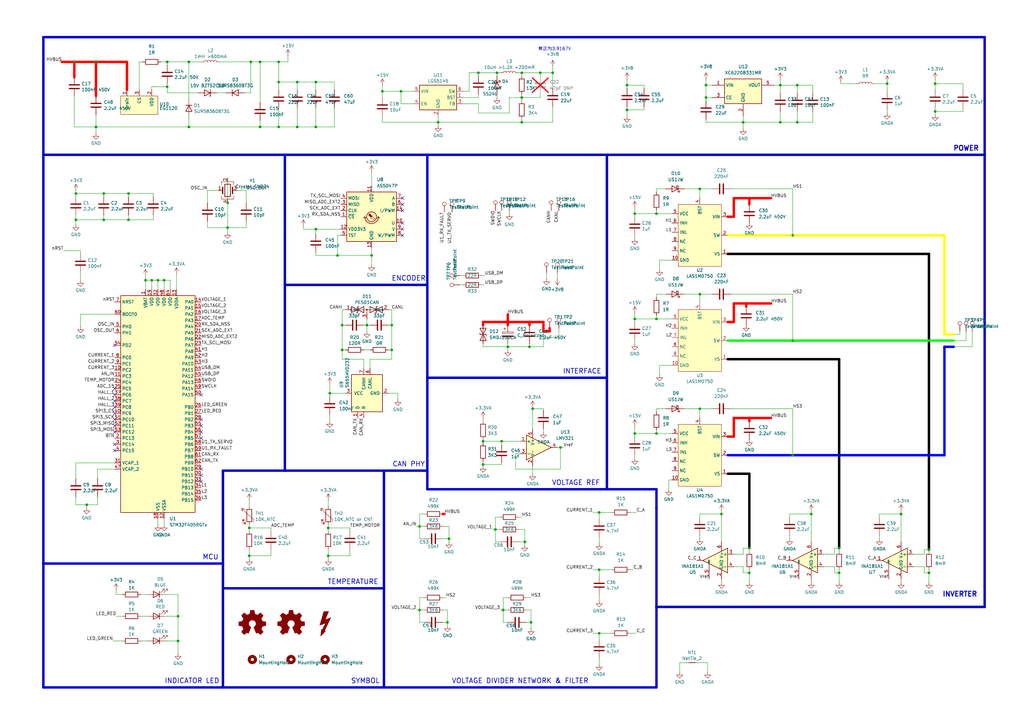
<source format=kicad_sch>
(kicad_sch (version 20250114) (generator "eeschema") (generator_version "9.0")
  (paper "A3")
  (title_block (date "2024-03-17"))
  (text "INVERTER" (at 393.7 243.84 0) (effects (font (size 2 2) (thickness 0.4) (bold yes))))
  (text "INDICATOR LED" (at 78.74 279.4 0) (effects (font (size 2 2) (thickness 0.254) (bold yes))))
  (text "MCU" (at 86.36 228.6 0) (effects (font (size 2 2) (thickness 0.254) (bold yes))))
  (text "TEMPERATURE" (at 144.78 238.76 0) (effects (font (size 2 2) (thickness 0.254) (bold yes))))
  (text "VOLTAGE REF" (at 236.22 198.12 0) (effects (font (size 2 2) (thickness 0.254) (bold yes))))
  (text "POWER" (at 396.24 60.96 0) (effects (font (size 2 2) (thickness 0.4) (bold yes))))
  (text "ENCODER" (at 167.64 114.3 0) (effects (font (size 2 2) (thickness 0.254) (bold yes))))
  (text "SYMBOL" (at 149.86 279.4 0) (effects (font (size 2 2) (thickness 0.254) (bold yes))))
  (text "INTERFACE" (at 238.76 152.4 0) (effects (font (size 2 2) (thickness 0.254) (bold yes))))
  (text "CAN PHY" (at 167.64 190.5 0) (effects (font (size 2 2) (thickness 0.254) (bold yes))))
  (text "修正为3.9167V" (at 227.457 20.193 0) (effects (font (size 1.27 1.27))))
  (text "VOLTAGE DIVIDER NETWORK & FILTER" (at 213.36 279.4 0) (effects (font (size 2 2) (thickness 0.254) (bold yes))))
  (junction (at 140.335 143.51))
  (junction (at 332.74 210.82))
  (junction (at 68.58 25.4))
  (junction (at 269.24 130.81))
  (junction (at 121.92 33.655))
  (junction (at 39.37 52.07))
  (junction (at 307.34 171.45) (color 255 0 0 1))
  (junction (at 287.02 167.64))
  (junction (at 129.54 52.07))
  (junction (at 39.37 25.4))
  (junction (at 306.07 124.46) (color 255 0 0 1))
  (junction (at 295.91 210.82))
  (junction (at 52.705 90.17))
  (junction (at 164.465 37.465))
  (junction (at 213.995 29.845))
  (junction (at 381 234.95))
  (junction (at 344.17 224.79))
  (junction (at 215.265 222.25))
  (junction (at 206.375 250.19))
  (junction (at 138.43 104.775))
  (junction (at 269.24 87.63))
  (junction (at 307.34 81.28) (color 255 0 0 1))
  (junction (at 121.92 52.07))
  (junction (at 198.12 190.5))
  (junction (at 30.48 25.4))
  (junction (at 289.56 34.925))
  (junction (at 129.54 33.655))
  (junction (at 208.28 142.24))
  (junction (at 172.085 215.9))
  (junction (at 93.345 93.345))
  (junction (at 114.3 52.07))
  (junction (at 77.47 52.07))
  (junction (at 134.62 227.965))
  (junction (at 287.02 120.65))
  (junction (at 218.44 167.64))
  (junction (at 114.3 25.4))
  (junction (at 307.34 224.79))
  (junction (at 179.705 50.165))
  (junction (at 160.655 133.35))
  (junction (at 217.805 255.27))
  (junction (at 320.04 34.925))
  (junction (at 203.2 217.17))
  (junction (at 35.56 207.01))
  (junction (at 205.74 180.975))
  (junction (at 135.255 161.29))
  (junction (at 93.345 83.185))
  (junction (at 287.02 77.47))
  (junction (at 245.745 233.68))
  (junction (at 62.23 114.935))
  (junction (at 59.69 114.935))
  (junction (at 150.495 133.35))
  (junction (at 134.62 216.535))
  (junction (at 42.545 90.17))
  (junction (at 381 225.425))
  (junction (at 304.8 50.165))
  (junction (at 269.24 177.8))
  (junction (at 325.12 186.69))
  (junction (at 42.545 79.375))
  (junction (at 307.34 234.95))
  (junction (at 229.87 183.515))
  (junction (at 217.17 132.08) (color 255 0 0 1))
  (junction (at 383.54 34.29))
  (junction (at 320.04 50.165))
  (junction (at 363.855 34.29))
  (junction (at 213.995 40.005))
  (junction (at 221.615 29.845))
  (junction (at 156.845 37.465))
  (junction (at 245.745 259.715))
  (junction (at 217.17 142.24))
  (junction (at 129.54 93.98))
  (junction (at 68.58 35.56))
  (junction (at 196.215 29.845))
  (junction (at 226.695 29.845))
  (junction (at 31.115 90.17))
  (junction (at 260.35 87.63))
  (junction (at 257.175 45.085))
  (junction (at 213.995 50.165))
  (junction (at 102.235 216.535))
  (junction (at 73.025 262.89))
  (junction (at 325.12 96.52))
  (junction (at 106.68 25.4))
  (junction (at 260.35 130.81))
  (junction (at 327.025 34.925))
  (junction (at 257.175 34.925))
  (junction (at 327.025 50.165))
  (junction (at 106.68 52.07))
  (junction (at 73.025 252.73))
  (junction (at 67.31 114.935))
  (junction (at 114.3 33.655))
  (junction (at 184.15 220.98))
  (junction (at 102.235 227.965))
  (junction (at 208.28 132.08) (diameter 1) (color 255 0 0 1))
  (junction (at 77.47 25.4))
  (junction (at 289.56 40.005))
  (junction (at 172.085 250.19))
  (junction (at 52.705 79.375))
  (junction (at 152.4 104.775))
  (junction (at 183.515 255.27))
  (junction (at 160.655 143.51))
  (junction (at 245.745 210.185))
  (junction (at 369.57 210.82))
  (junction (at 198.12 180.975))
  (junction (at 325.12 139.7))
  (junction (at 203.835 29.845))
  (junction (at 140.335 133.35))
  (junction (at 64.77 114.935))
  (junction (at 383.54 45.72))
  (junction (at 102.87 25.4))
  (junction (at 31.115 79.375))
  (junction (at 260.35 177.8))
  (junction (at 344.17 234.95))
  (no_connect (at 165.1 86.36))
  (no_connect (at 165.1 93.98))
  (no_connect (at 82.55 174.625))
  (no_connect (at 46.99 174.625))
  (no_connect (at 165.1 91.44))
  (no_connect (at 165.1 81.28))
  (no_connect (at 46.99 167.005))
  (no_connect (at 82.55 194.945))
  (no_connect (at 82.55 179.705))
  (no_connect (at 82.55 161.925))
  (no_connect (at 46.99 141.605))
  (no_connect (at 82.55 192.405))
  (no_connect (at 82.55 177.165))
  (no_connect (at 46.99 184.785))
  (no_connect (at 46.99 177.165))
  (no_connect (at 46.99 172.085))
  (no_connect (at 165.1 96.52))
  (no_connect (at 46.99 161.925))
  (no_connect (at 82.55 197.485))
  (no_connect (at 46.99 169.545))
  (no_connect (at 46.99 182.245))
  (no_connect (at 46.99 159.385))
  (no_connect (at 82.55 172.085))
  (no_connect (at 46.99 164.465))
  (no_connect (at 165.1 83.82))
  (wire (pts (xy 172.085 220.98) (xy 173.99 220.98)))
  (wire (pts (xy 203.2 217.17) (xy 203.2 222.25)))
  (wire (pts (xy 221.615 38.735) (xy 221.615 40.005)))
  (wire (pts (xy 260.35 88.9) (xy 260.35 87.63)))
  (wire (pts (xy 217.805 250.19) (xy 215.9 250.19)))
  (wire (pts (xy 149.225 133.35) (xy 150.495 133.35)))
  (wire (pts (xy 274.32 196.85) (xy 275.59 196.85)))
  (wire (pts (xy 289.56 50.165) (xy 304.8 50.165)))
  (wire (pts (xy 215.265 223.52) (xy 215.265 222.25)))
  (wire (pts (xy 307.34 81.28) (xy 316.23 81.28)) (stroke (width 1) (color 255 0 0 1)))
  (wire (pts (xy 137.16 52.07) (xy 129.54 52.07)))
  (wire (pts (xy 47.625 252.73) (xy 50.165 252.73)))
  (wire (pts (xy 100.965 93.345) (xy 100.965 90.805)))
  (wire (pts (xy 217.805 255.27) (xy 217.805 250.19)))
  (wire (pts (xy 269.24 120.65) (xy 273.05 120.65)))
  (wire (pts (xy 290.195 271.78) (xy 290.195 275.59)))
  (wire (pts (xy 208.28 142.24) (xy 217.17 142.24)))
  (wire (pts (xy 143.51 227.965) (xy 134.62 227.965)))
  (wire (pts (xy 205.74 189.865) (xy 205.74 190.5)))
  (wire (pts (xy 114.3 25.4) (xy 114.3 33.655)))
  (wire (pts (xy 383.54 44.45) (xy 383.54 45.72)))
  (wire (pts (xy 217.17 142.24) (xy 222.885 142.24)))
  (wire (pts (xy 198.12 190.5) (xy 198.12 191.135)))
  (wire (pts (xy 222.885 168.275) (xy 222.885 167.64)))
  (wire (pts (xy 189.865 40.005) (xy 196.215 40.005)))
  (wire (pts (xy 196.215 42.545) (xy 189.865 42.545)))
  (wire (pts (xy 203.2 222.25) (xy 205.105 222.25)))
  (wire (pts (xy 39.37 52.07) (xy 39.37 54.61)))
  (wire (pts (xy 129.54 103.505) (xy 129.54 104.775)))
  (wire (pts (xy 381 225.425) (xy 381 226.06)))
  (wire (pts (xy 140.335 143.51) (xy 140.335 147.32)))
  (wire (pts (xy 140.335 133.35) (xy 140.335 143.51)))
  (wire (pts (xy 31.115 90.17) (xy 42.545 90.17)))
  (wire (pts (xy 68.58 38.1) (xy 81.28 38.1)))
  (wire (pts (xy 179.705 50.165) (xy 179.705 51.435)))
  (wire (pts (xy 188.595 113.03) (xy 189.865 113.03)))
  (wire (pts (xy 160.655 143.51) (xy 160.655 147.32)))
  (polyline (pts (xy 175.26 116.84) (xy 175.26 63.5)) (stroke (width 1) (type solid)))
  (wire (pts (xy 307.34 224.79) (xy 307.34 194.31)) (stroke (width 1) (color 0 0 0 1)))
  (wire (pts (xy 280.67 167.64) (xy 287.02 167.64)))
  (polyline (pts (xy 248.92 63.5) (xy 248.92 154.94)) (stroke (width 1) (type solid)))
  (wire (pts (xy 139.7 96.52) (xy 138.43 96.52)))
  (wire (pts (xy 143.51 216.535) (xy 134.62 216.535)))
  (wire (pts (xy 287.02 120.65) (xy 292.1 120.65)))
  (wire (pts (xy 121.92 44.45) (xy 121.92 52.07)))
  (wire (pts (xy 344.17 234.95) (xy 344.17 238.76)))
  (wire (pts (xy 218.44 167.64) (xy 218.44 175.895)))
  (wire (pts (xy 306.07 124.46) (xy 316.23 124.46)) (stroke (width 1) (color 255 0 0 1)))
  (wire (pts (xy 39.37 52.07) (xy 30.48 52.07)))
  (wire (pts (xy 121.92 33.655) (xy 114.3 33.655)))
  (wire (pts (xy 381 233.68) (xy 381 234.95)))
  (wire (pts (xy 59.69 114.935) (xy 59.69 118.745)))
  (wire (pts (xy 391.16 137.16) (xy 387.35 137.16)) (stroke (width 1) (color 255 255 0 1)))
  (wire (pts (xy 179.705 50.165) (xy 213.995 50.165)))
  (wire (pts (xy 332.74 209.55) (xy 332.74 210.82)))
  (wire (pts (xy 213.995 48.895) (xy 213.995 50.165)))
  (wire (pts (xy 67.31 114.935) (xy 69.85 114.935)))
  (wire (pts (xy 208.915 46.355) (xy 196.215 46.355)))
  (wire (pts (xy 260.35 96.52) (xy 260.35 97.79)))
  (wire (pts (xy 73.025 243.84) (xy 67.945 243.84)))
  (wire (pts (xy 25.4 25.4) (xy 30.48 25.4)) (stroke (width 1) (color 255 0 0 1)))
  (wire (pts (xy 57.785 243.84) (xy 60.325 243.84)))
  (wire (pts (xy 208.28 140.97) (xy 208.28 142.24)))
  (wire (pts (xy 391.16 142.24) (xy 398.78 142.24)))
  (wire (pts (xy 213.995 29.845) (xy 213.995 31.115)))
  (wire (pts (xy 260.35 186.69) (xy 260.35 187.96)))
  (wire (pts (xy 213.995 29.845) (xy 221.615 29.845)))
  (wire (pts (xy 68.58 38.1) (xy 68.58 35.56)))
  (wire (pts (xy 102.87 25.4) (xy 90.17 25.4)))
  (wire (pts (xy 85.09 93.345) (xy 93.345 93.345)))
  (wire (pts (xy 124.46 93.98) (xy 129.54 93.98)))
  (wire (pts (xy 106.68 25.4) (xy 106.68 41.91)))
  (wire (pts (xy 287.02 167.64) (xy 292.1 167.64)))
  (wire (pts (xy 304.8 227.33) (xy 304.8 224.79)))
  (wire (pts (xy 30.48 52.07) (xy 30.48 39.37)))
  (wire (pts (xy 337.82 227.33) (xy 342.265 227.33)))
  (wire (pts (xy 278.765 275.59) (xy 278.765 271.78)))
  (wire (pts (xy 208.28 133.35) (xy 208.28 132.08)) (stroke (width 1) (color 255 0 0 1)))
  (polyline (pts (xy 403.86 15.24) (xy 403.86 63.5)) (stroke (width 1) (type solid)))
  (wire (pts (xy 192.405 29.845) (xy 196.215 29.845)))
  (wire (pts (xy 140.335 133.35) (xy 141.605 133.35)))
  (wire (pts (xy 391.16 142.24) (xy 387.35 142.24)) (stroke (width 1) (color 0 0 255 1)))
  (wire (pts (xy 118.11 22.86) (xy 118.11 25.4)))
  (wire (pts (xy 289.56 40.005) (xy 289.56 41.275)))
  (wire (pts (xy 164.465 42.545) (xy 169.545 42.545)))
  (wire (pts (xy 369.57 237.49) (xy 369.57 238.76)))
  (wire (pts (xy 245.745 269.875) (xy 245.745 272.415)))
  (wire (pts (xy 260.35 139.7) (xy 260.35 140.97)))
  (wire (pts (xy 332.74 210.82) (xy 332.74 222.25)))
  (wire (pts (xy 342.265 224.79) (xy 344.17 224.79)))
  (wire (pts (xy 69.85 114.935) (xy 69.85 118.745)))
  (wire (pts (xy 250.825 259.715) (xy 245.745 259.715)))
  (wire (pts (xy 156.845 47.625) (xy 156.845 50.165)))
  (wire (pts (xy 137.16 33.655) (xy 129.54 33.655)))
  (wire (pts (xy 198.12 189.23) (xy 198.12 190.5)))
  (wire (pts (xy 184.15 220.98) (xy 184.15 215.9)))
  (wire (pts (xy 198.12 142.24) (xy 208.28 142.24)))
  (wire (pts (xy 102.87 38.1) (xy 100.33 38.1)))
  (wire (pts (xy 300.99 88.9) (xy 298.45 88.9)) (stroke (width 1) (color 255 0 0 1)))
  (wire (pts (xy 173.99 250.19) (xy 172.085 250.19)))
  (polyline (pts (xy 91.44 231.14) (xy 91.44 281.94)) (stroke (width 1) (type solid)))
  (polyline (pts (xy 17.78 63.5) (xy 403.86 63.5)) (stroke (width 1) (type solid)))
  (wire (pts (xy 217.805 257.81) (xy 217.805 255.27)))
  (wire (pts (xy 106.68 52.07) (xy 114.3 52.07)))
  (wire (pts (xy 135.255 161.29) (xy 141.605 161.29)))
  (wire (pts (xy 31.115 78.105) (xy 31.115 79.375)))
  (wire (pts (xy 229.87 192.405) (xy 229.87 183.515)))
  (wire (pts (xy 295.91 209.55) (xy 295.91 210.82)))
  (wire (pts (xy 374.65 227.33) (xy 379.095 227.33)))
  (wire (pts (xy 270.51 153.67) (xy 270.51 149.86)))
  (wire (pts (xy 258.445 259.715) (xy 260.985 259.715)))
  (wire (pts (xy 264.16 34.925) (xy 264.16 36.195)))
  (wire (pts (xy 114.3 25.4) (xy 118.11 25.4)))
  (wire (pts (xy 300.99 132.08) (xy 298.45 132.08)) (stroke (width 1) (color 255 0 0 1)))
  (polyline (pts (xy 116.84 116.84) (xy 175.26 116.84)) (stroke (width 1) (type solid)))
  (wire (pts (xy 286.385 271.78) (xy 290.195 271.78)))
  (wire (pts (xy 222.885 142.24) (xy 222.885 138.43)))
  (wire (pts (xy 150.495 133.35) (xy 151.765 133.35)))
  (wire (pts (xy 333.375 34.925) (xy 327.025 34.925)))
  (wire (pts (xy 269.24 77.47) (xy 273.05 77.47)))
  (wire (pts (xy 42.545 90.17) (xy 52.705 90.17)))
  (wire (pts (xy 47.625 243.84) (xy 50.165 243.84)))
  (wire (pts (xy 97.155 78.105) (xy 100.965 78.105)))
  (wire (pts (xy 289.56 34.925) (xy 289.56 40.005)))
  (wire (pts (xy 299.72 77.47) (xy 325.12 77.47)))
  (wire (pts (xy 327.025 34.925) (xy 320.04 34.925)))
  (wire (pts (xy 205.105 217.17) (xy 203.2 217.17)))
  (wire (pts (xy 257.175 45.085) (xy 257.175 43.815)))
  (wire (pts (xy 269.24 167.64) (xy 269.24 168.91)))
  (wire (pts (xy 257.175 45.085) (xy 264.16 45.085)))
  (wire (pts (xy 57.15 25.4) (xy 57.15 36.83)))
  (wire (pts (xy 152.4 104.775) (xy 152.4 108.585)))
  (wire (pts (xy 184.15 220.98) (xy 184.15 222.25)))
  (wire (pts (xy 222.885 132.08) (xy 217.17 132.08)) (stroke (width 1) (color 255 0 0 1)))
  (wire (pts (xy 260.35 87.63) (xy 269.24 87.63)))
  (wire (pts (xy 134.62 205.105) (xy 134.62 207.645)))
  (wire (pts (xy 269.24 78.74) (xy 269.24 77.47)))
  (polyline (pts (xy 91.44 231.14) (xy 17.78 231.14)) (stroke (width 1) (type solid)))
  (wire (pts (xy 72.39 112.395) (xy 72.39 118.745)))
  (wire (pts (xy 257.175 34.925) (xy 257.175 36.195)))
  (wire (pts (xy 325.12 120.65) (xy 325.12 139.7)))
  (wire (pts (xy 129.54 33.655) (xy 121.92 33.655)))
  (wire (pts (xy 129.54 104.775) (xy 138.43 104.775)))
  (wire (pts (xy 160.655 147.32) (xy 151.765 147.32)))
  (wire (pts (xy 306.07 124.46) (xy 306.07 125.73)) (stroke (width 1) (color 255 0 0 1)))
  (wire (pts (xy 181.61 245.11) (xy 182.88 245.11)))
  (wire (pts (xy 332.74 237.49) (xy 332.74 238.76)))
  (wire (pts (xy 325.12 167.64) (xy 325.12 186.69)))
  (wire (pts (xy 320.04 50.165) (xy 304.8 50.165)))
  (wire (pts (xy 183.515 256.54) (xy 183.515 255.27)))
  (wire (pts (xy 391.16 137.16) (xy 393.7 137.16)))
  (wire (pts (xy 387.35 137.16) (xy 387.35 96.52)) (stroke (width 1) (color 255 255 0 1)))
  (wire (pts (xy 46.355 262.89) (xy 50.165 262.89)))
  (wire (pts (xy 304.8 50.165) (xy 304.8 52.705)))
  (wire (pts (xy 228.6 183.515) (xy 229.87 183.515)))
  (wire (pts (xy 260.35 132.08) (xy 260.35 130.81)))
  (wire (pts (xy 289.56 48.895) (xy 289.56 50.165)))
  (wire (pts (xy 173.99 245.11) (xy 172.085 245.11)))
  (wire (pts (xy 111.125 225.425) (xy 111.125 227.965)))
  (wire (pts (xy 143.51 225.425) (xy 143.51 227.965)))
  (wire (pts (xy 73.025 262.89) (xy 73.025 252.73)))
  (wire (pts (xy 383.54 45.72) (xy 383.54 46.99)))
  (polyline (pts (xy 17.78 231.14) (xy 17.78 15.24)) (stroke (width 1) (type solid)))
  (wire (pts (xy 300.99 124.46) (xy 306.07 124.46)) (stroke (width 1) (color 255 0 0 1)))
  (wire (pts (xy 381 104.14) (xy 298.45 104.14)) (stroke (width 1) (color 0 0 0 1)))
  (wire (pts (xy 129.54 44.45) (xy 129.54 52.07)))
  (wire (pts (xy 31.115 79.375) (xy 31.115 80.645)))
  (wire (pts (xy 320.04 34.925) (xy 317.5 34.925)))
  (wire (pts (xy 135.255 170.18) (xy 135.255 172.72)))
  (wire (pts (xy 181.61 255.27) (xy 183.515 255.27)))
  (wire (pts (xy 31.115 207.01) (xy 31.115 203.835)))
  (wire (pts (xy 208.28 250.19) (xy 206.375 250.19)))
  (wire (pts (xy 258.445 210.185) (xy 260.985 210.185)))
  (wire (pts (xy 77.47 48.26) (xy 77.47 52.07)))
  (wire (pts (xy 360.68 210.82) (xy 360.68 212.09)))
  (wire (pts (xy 198.12 140.97) (xy 198.12 142.24)))
  (wire (pts (xy 342.265 234.95) (xy 344.17 234.95)))
  (wire (pts (xy 184.15 215.9) (xy 181.61 215.9)))
  (wire (pts (xy 212.725 29.845) (xy 213.995 29.845)))
  (wire (pts (xy 152.4 101.6) (xy 152.4 104.775)))
  (wire (pts (xy 156.845 37.465) (xy 156.845 40.005)))
  (wire (pts (xy 89.535 78.105) (xy 85.09 78.105)))
  (wire (pts (xy 221.615 40.005) (xy 213.995 40.005)))
  (wire (pts (xy 287.02 77.47) (xy 287.02 81.28)))
  (wire (pts (xy 300.99 124.46) (xy 300.99 132.08)) (stroke (width 1) (color 255 0 0 1)))
  (wire (pts (xy 114.3 33.655) (xy 114.3 36.83)))
  (wire (pts (xy 278.765 271.78) (xy 281.305 271.78)))
  (wire (pts (xy 226.695 50.165) (xy 226.695 43.815)))
  (wire (pts (xy 134.62 215.265) (xy 134.62 216.535)))
  (polyline (pts (xy 269.24 281.94) (xy 157.48 281.94)) (stroke (width 1) (type solid)))
  (wire (pts (xy 245.745 259.715) (xy 245.745 262.255)))
  (wire (pts (xy 225.425 134.62) (xy 225.425 135.89)) (stroke (width 1) (color 255 0 0 1)))
  (wire (pts (xy 243.205 233.68) (xy 245.745 233.68)))
  (wire (pts (xy 383.54 34.29) (xy 383.54 36.83)))
  (wire (pts (xy 134.62 216.535) (xy 134.62 217.805)))
  (wire (pts (xy 39.37 25.4) (xy 52.07 25.4)) (stroke (width 1) (color 255 0 0 1)))
  (wire (pts (xy 289.56 32.385) (xy 289.56 34.925)))
  (wire (pts (xy 93.345 83.185) (xy 93.345 93.345)))
  (wire (pts (xy 198.12 132.08) (xy 208.28 132.08)) (stroke (width 1) (color 255 0 0 1)))
  (wire (pts (xy 40.005 196.215) (xy 40.005 192.405)))
  (wire (pts (xy 102.235 225.425) (xy 102.235 227.965)))
  (polyline (pts (xy 157.48 281.94) (xy 157.48 193.04)) (stroke (width 1) (type solid)))
  (wire (pts (xy 363.855 34.29) (xy 363.855 37.465)))
  (wire (pts (xy 259.715 233.68) (xy 258.445 233.68)))
  (wire (pts (xy 295.91 210.82) (xy 295.91 222.25)))
  (wire (pts (xy 134.62 227.965) (xy 134.62 229.235)))
  (wire (pts (xy 33.02 128.905) (xy 46.99 128.905)))
  (wire (pts (xy 183.515 255.27) (xy 183.515 250.19)))
  (wire (pts (xy 164.465 37.465) (xy 164.465 42.545)))
  (wire (pts (xy 67.945 252.73) (xy 73.025 252.73)))
  (wire (pts (xy 31.115 88.265) (xy 31.115 90.17)))
  (wire (pts (xy 114.3 44.45) (xy 114.3 52.07)))
  (wire (pts (xy 295.91 237.49) (xy 295.91 238.76)))
  (wire (pts (xy 363.855 33.655) (xy 363.855 34.29)))
  (wire (pts (xy 163.195 161.29) (xy 159.385 161.29)))
  (polyline (pts (xy 269.24 248.92) (xy 269.24 281.94)) (stroke (width 1) (type solid)))
  (wire (pts (xy 172.085 210.82) (xy 172.085 215.9)))
  (wire (pts (xy 150.495 133.35) (xy 150.495 135.89)))
  (polyline (pts (xy 116.84 63.5) (xy 116.84 193.04)) (stroke (width 1) (type solid)))
  (wire (pts (xy 245.745 233.68) (xy 245.745 236.22)))
  (wire (pts (xy 67.31 212.725) (xy 67.31 215.265)))
  (polyline (pts (xy 91.44 193.04) (xy 91.44 231.14)) (stroke (width 1) (type solid)))
  (wire (pts (xy 257.175 45.085) (xy 257.175 47.625)))
  (wire (pts (xy 323.85 219.71) (xy 323.85 220.98)))
  (wire (pts (xy 229.87 183.515) (xy 231.14 183.515)))
  (wire (pts (xy 85.09 78.105) (xy 85.09 83.185)))
  (wire (pts (xy 287.02 120.65) (xy 287.02 124.46)))
  (wire (pts (xy 35.56 207.01) (xy 40.005 207.01)))
  (wire (pts (xy 173.99 255.27) (xy 172.085 255.27)))
  (wire (pts (xy 298.45 139.7) (xy 325.12 139.7)) (stroke (width 1) (color 0 255 0 1)))
  (wire (pts (xy 203.835 29.845) (xy 205.105 29.845)))
  (wire (pts (xy 333.375 38.1) (xy 333.375 34.925)))
  (wire (pts (xy 307.34 234.95) (xy 307.34 238.76)))
  (wire (pts (xy 327.025 50.165) (xy 320.04 50.165)))
  (wire (pts (xy 363.855 34.29) (xy 358.775 34.29)))
  (polyline (pts (xy 269.24 208.28) (xy 269.24 200.66)) (stroke (width 1) (type solid)))
  (wire (pts (xy 287.02 219.71) (xy 287.02 220.98)))
  (wire (pts (xy 250.825 210.185) (xy 245.745 210.185)))
  (wire (pts (xy 179.705 47.625) (xy 179.705 50.165)))
  (wire (pts (xy 298.45 96.52) (xy 325.12 96.52)) (stroke (width 1) (color 255 255 0 1)))
  (wire (pts (xy 383.54 34.29) (xy 394.97 34.29)))
  (wire (pts (xy 129.54 52.07) (xy 121.92 52.07)))
  (wire (pts (xy 205.74 190.5) (xy 198.12 190.5)))
  (polyline (pts (xy 175.26 200.66) (xy 175.26 193.04)) (stroke (width 1) (type solid)))
  (polyline (pts (xy 17.78 15.24) (xy 403.86 15.24)) (stroke (width 1) (type solid)))
  (wire (pts (xy 394.97 34.29) (xy 394.97 36.83)))
  (wire (pts (xy 192.405 29.845) (xy 192.405 37.465)))
  (wire (pts (xy 327.025 38.1) (xy 327.025 34.925)))
  (wire (pts (xy 30.48 25.4) (xy 39.37 25.4)) (stroke (width 1) (color 255 0 0 1)))
  (wire (pts (xy 229.235 134.62) (xy 229.235 138.43)))
  (wire (pts (xy 387.35 142.24) (xy 387.35 186.69)) (stroke (width 1) (color 0 0 255 1)))
  (wire (pts (xy 150.495 130.81) (xy 150.495 133.35)))
  (wire (pts (xy 62.23 114.935) (xy 62.23 118.745)))
  (wire (pts (xy 307.34 171.45) (xy 316.23 171.45)) (stroke (width 1) (color 255 0 0 1)))
  (wire (pts (xy 106.68 49.53) (xy 106.68 52.07)))
  (wire (pts (xy 211.455 192.405) (xy 229.87 192.405)))
  (wire (pts (xy 383.54 32.385) (xy 383.54 34.29)))
  (wire (pts (xy 164.465 37.465) (xy 169.545 37.465)))
  (wire (pts (xy 77.47 25.4) (xy 77.47 40.64)))
  (wire (pts (xy 52.705 79.375) (xy 52.705 80.645)))
  (wire (pts (xy 215.9 255.27) (xy 217.805 255.27)))
  (wire (pts (xy 129.54 36.83) (xy 129.54 33.655)))
  (wire (pts (xy 88.9 38.1) (xy 92.71 38.1)))
  (wire (pts (xy 332.74 210.82) (xy 323.85 210.82)))
  (wire (pts (xy 160.655 133.35) (xy 160.655 143.51)))
  (wire (pts (xy 64.77 114.935) (xy 67.31 114.935)))
  (wire (pts (xy 203.2 212.09) (xy 203.2 217.17)))
  (polyline (pts (xy 175.26 154.94) (xy 175.26 193.04)) (stroke (width 1) (type solid)))
  (wire (pts (xy 149.225 147.32) (xy 140.335 147.32)))
  (wire (pts (xy 243.205 259.715) (xy 245.745 259.715)))
  (wire (pts (xy 121.92 52.07) (xy 114.3 52.07)))
  (wire (pts (xy 52.07 25.4) (xy 52.07 36.83)) (stroke (width 1) (color 255 0 0 1)))
  (wire (pts (xy 299.72 167.64) (xy 325.12 167.64)))
  (wire (pts (xy 260.35 85.09) (xy 260.35 87.63)))
  (wire (pts (xy 215.265 222.25) (xy 215.265 217.17)))
  (wire (pts (xy 73.025 267.97) (xy 73.025 262.89)))
  (wire (pts (xy 344.17 147.32) (xy 298.45 147.32)) (stroke (width 1) (color 0 0 0 1)))
  (wire (pts (xy 333.375 50.165) (xy 327.025 50.165)))
  (wire (pts (xy 188.595 116.84) (xy 189.865 116.84)))
  (wire (pts (xy 77.47 52.07) (xy 106.68 52.07)))
  (wire (pts (xy 42.545 88.265) (xy 42.545 90.17)))
  (wire (pts (xy 196.215 46.355) (xy 196.215 42.545)))
  (polyline (pts (xy 91.44 241.3) (xy 157.48 241.3)) (stroke (width 1) (type solid)))
  (wire (pts (xy 170.815 215.9) (xy 172.085 215.9)))
  (wire (pts (xy 213.995 38.735) (xy 213.995 40.005)))
  (wire (pts (xy 102.235 216.535) (xy 102.235 217.805)))
  (wire (pts (xy 245.745 243.84) (xy 245.745 246.38)))
  (wire (pts (xy 226.695 27.305) (xy 226.695 29.845)))
  (wire (pts (xy 198.12 171.45) (xy 198.12 172.72)))
  (wire (pts (xy 379.095 232.41) (xy 379.095 234.95)))
  (wire (pts (xy 205.74 180.975) (xy 205.74 182.245)))
  (wire (pts (xy 307.34 194.31) (xy 298.45 194.31)) (stroke (width 1) (color 0 0 0 1)))
  (wire (pts (xy 325.12 77.47) (xy 325.12 96.52)))
  (wire (pts (xy 85.09 90.805) (xy 85.09 93.345)))
  (wire (pts (xy 374.65 232.41) (xy 379.095 232.41)))
  (wire (pts (xy 203.835 31.115) (xy 203.835 29.845)))
  (wire (pts (xy 68.58 26.67) (xy 68.58 25.4)))
  (wire (pts (xy 205.74 180.975) (xy 213.36 180.975)))
  (wire (pts (xy 163.195 163.83) (xy 163.195 161.29)))
  (wire (pts (xy 149.225 143.51) (xy 151.765 143.51)))
  (wire (pts (xy 381 104.14) (xy 381 225.425)) (stroke (width 1) (color 0 0 0 1)))
  (wire (pts (xy 217.17 140.97) (xy 217.17 142.24)))
  (wire (pts (xy 111.125 227.965) (xy 102.235 227.965)))
  (wire (pts (xy 160.655 127) (xy 160.655 133.35)))
  (wire (pts (xy 140.335 143.51) (xy 141.605 143.51)))
  (wire (pts (xy 64.77 114.935) (xy 64.77 118.745)))
  (wire (pts (xy 39.37 46.99) (xy 39.37 52.07)))
  (wire (pts (xy 93.345 93.345) (xy 93.345 95.25)))
  (wire (pts (xy 369.57 210.82) (xy 360.68 210.82)))
  (wire (pts (xy 215.265 217.17) (xy 212.725 217.17)))
  (wire (pts (xy 68.58 35.56) (xy 62.23 35.56)))
  (wire (pts (xy 156.845 50.165) (xy 179.705 50.165)))
  (wire (pts (xy 137.16 36.83) (xy 137.16 33.655)))
  (wire (pts (xy 208.915 40.005) (xy 208.915 46.355)))
  (wire (pts (xy 33.02 111.76) (xy 33.02 114.935)))
  (wire (pts (xy 269.24 176.53) (xy 269.24 177.8)))
  (wire (pts (xy 206.375 250.19) (xy 206.375 255.27)))
  (wire (pts (xy 203.835 38.735) (xy 203.835 40.005)))
  (wire (pts (xy 57.785 262.89) (xy 60.325 262.89)))
  (wire (pts (xy 222.885 132.08) (xy 222.885 135.89)) (stroke (width 1) (color 255 0 0 1)))
  (wire (pts (xy 137.16 44.45) (xy 137.16 52.07)))
  (wire (pts (xy 300.99 232.41) (xy 304.8 232.41)))
  (wire (pts (xy 260.35 130.81) (xy 269.24 130.81)))
  (wire (pts (xy 269.24 121.92) (xy 269.24 120.65)))
  (wire (pts (xy 152.4 70.485) (xy 152.4 76.2)))
  (wire (pts (xy 212.725 222.25) (xy 215.265 222.25)))
  (wire (pts (xy 323.85 210.82) (xy 323.85 212.09)))
  (wire (pts (xy 40.005 207.01) (xy 40.005 203.835)))
  (wire (pts (xy 211.455 186.055) (xy 211.455 192.405)))
  (wire (pts (xy 59.69 113.03) (xy 59.69 114.935)))
  (wire (pts (xy 205.74 180.975) (xy 198.12 180.975)))
  (wire (pts (xy 295.91 210.82) (xy 287.02 210.82)))
  (wire (pts (xy 33.02 102.87) (xy 33.02 104.14)))
  (wire (pts (xy 183.515 250.19) (xy 181.61 250.19)))
  (wire (pts (xy 260.35 174.625) (xy 260.35 177.8)))
  (wire (pts (xy 52.705 88.265) (xy 52.705 90.17)))
  (wire (pts (xy 170.815 250.19) (xy 172.085 250.19)))
  (wire (pts (xy 135.255 161.29) (xy 135.255 162.56)))
  (wire (pts (xy 273.05 167.64) (xy 269.24 167.64)))
  (wire (pts (xy 140.335 127) (xy 141.605 127)))
  (wire (pts (xy 46.99 189.865) (xy 31.115 189.865)))
  (wire (pts (xy 52.705 79.375) (xy 62.865 79.375)))
  (wire (pts (xy 42.545 79.375) (xy 42.545 80.645)))
  (wire (pts (xy 215.9 245.11) (xy 217.805 245.11)))
  (wire (pts (xy 182.245 210.82) (xy 181.61 210.82)) (stroke (width 1) (color 255 0 0 1)))
  (wire (pts (xy 218.44 167.005) (xy 218.44 167.64)))
  (wire (pts (xy 245.745 220.345) (xy 245.745 222.885)))
  (wire (pts (xy 325.12 96.52) (xy 387.35 96.52)) (stroke (width 1) (color 255 255 0 1)))
  (wire (pts (xy 222.885 138.43) (xy 229.235 138.43)))
  (wire (pts (xy 224.155 111.76) (xy 224.155 114.3)))
  (wire (pts (xy 243.205 210.185) (xy 245.745 210.185)))
  (polyline (pts (xy 175.26 154.94) (xy 248.92 154.94)) (stroke (width 1) (type solid)))
  (wire (pts (xy 197.485 116.84) (xy 198.755 116.84)))
  (wire (pts (xy 275.59 130.81) (xy 269.24 130.81)))
  (wire (pts (xy 300.99 227.33) (xy 304.8 227.33)))
  (wire (pts (xy 66.04 25.4) (xy 68.58 25.4)))
  (wire (pts (xy 320.04 45.72) (xy 320.04 50.165)))
  (wire (pts (xy 226.695 29.845) (xy 226.695 36.195)))
  (wire (pts (xy 201.93 217.17) (xy 203.2 217.17)))
  (wire (pts (xy 257.175 32.385) (xy 257.175 34.925)))
  (wire (pts (xy 269.24 130.81) (xy 269.24 129.54)))
  (wire (pts (xy 260.35 128.27) (xy 260.35 130.81)))
  (wire (pts (xy 102.235 205.105) (xy 102.235 207.645)))
  (wire (pts (xy 300.99 171.45) (xy 300.99 179.07)) (stroke (width 1) (color 255 0 0 1)))
  (wire (pts (xy 344.805 34.29) (xy 344.805 33.655)))
  (wire (pts (xy 269.24 177.8) (xy 275.59 177.8)))
  (wire (pts (xy 192.405 37.465) (xy 189.865 37.465)))
  (wire (pts (xy 269.24 87.63) (xy 269.24 86.36)))
  (wire (pts (xy 280.67 77.47) (xy 287.02 77.47)))
  (wire (pts (xy 159.385 133.35) (xy 160.655 133.35)))
  (wire (pts (xy 280.67 120.65) (xy 287.02 120.65)))
  (wire (pts (xy 102.87 25.4) (xy 102.87 38.1)))
  (wire (pts (xy 62.865 88.265) (xy 62.865 90.17)))
  (wire (pts (xy 212.725 212.09) (xy 213.995 212.09)))
  (wire (pts (xy 270.51 110.49) (xy 270.51 106.68)))
  (wire (pts (xy 129.54 93.98) (xy 139.7 93.98)))
  (wire (pts (xy 33.02 133.985) (xy 33.02 128.905)))
  (wire (pts (xy 57.785 252.73) (xy 60.325 252.73)))
  (wire (pts (xy 134.62 225.425) (xy 134.62 227.965)))
  (wire (pts (xy 121.92 36.83) (xy 121.92 33.655)))
  (wire (pts (xy 379.095 227.33) (xy 379.095 225.425)))
  (wire (pts (xy 196.215 29.845) (xy 196.215 31.115)))
  (wire (pts (xy 159.385 143.51) (xy 160.655 143.51)))
  (wire (pts (xy 289.56 34.925) (xy 292.1 34.925)))
  (wire (pts (xy 172.085 215.9) (xy 172.085 220.98)))
  (wire (pts (xy 320.04 34.925) (xy 320.04 38.1)))
  (wire (pts (xy 40.005 192.405) (xy 46.99 192.405)))
  (wire (pts (xy 307.34 171.45) (xy 307.34 172.72)) (stroke (width 1) (color 255 0 0 1)))
  (wire (pts (xy 300.99 171.45) (xy 307.34 171.45)) (stroke (width 1) (color 255 0 0 1)))
  (wire (pts (xy 205.105 250.19) (xy 206.375 250.19)))
  (wire (pts (xy 93.345 73.025) (xy 93.345 83.185)))
  (wire (pts (xy 173.99 210.82) (xy 172.085 210.82)))
  (wire (pts (xy 35.56 207.01) (xy 31.115 207.01)))
  (wire (pts (xy 287.02 167.64) (xy 287.02 171.45)))
  (wire (pts (xy 320.04 32.385) (xy 320.04 34.925)))
  (wire (pts (xy 307.34 233.68) (xy 307.34 234.95)))
  (wire (pts (xy 77.47 25.4) (xy 82.55 25.4)))
  (wire (pts (xy 39.37 52.07) (xy 77.47 52.07)))
  (wire (pts (xy 102.235 227.965) (xy 102.235 229.235)))
  (wire (pts (xy 59.69 114.935) (xy 62.23 114.935)))
  (wire (pts (xy 102.235 215.265) (xy 102.235 216.535)))
  (wire (pts (xy 221.615 29.845) (xy 226.695 29.845)))
  (wire (pts (xy 344.17 233.68) (xy 344.17 234.95)))
  (wire (pts (xy 198.12 180.975) (xy 198.12 181.61)))
  (wire (pts (xy 30.48 25.4) (xy 30.48 31.75)) (stroke (width 1) (color 255 0 0 1)))
  (wire (pts (xy 213.995 40.005) (xy 213.995 41.275)))
  (wire (pts (xy 151.765 147.32) (xy 151.765 151.13)))
  (wire (pts (xy 304.8 232.41) (xy 304.8 234.95)))
  (wire (pts (xy 196.215 29.845) (xy 203.835 29.845)))
  (wire (pts (xy 198.12 180.34) (xy 198.12 180.975)))
  (wire (pts (xy 299.72 120.65) (xy 325.12 120.65)))
  (wire (pts (xy 67.945 262.89) (xy 73.025 262.89)))
  (wire (pts (xy 342.265 232.41) (xy 342.265 234.95)))
  (wire (pts (xy 159.385 127) (xy 160.655 127)))
  (wire (pts (xy 42.545 79.375) (xy 52.705 79.375)))
  (wire (pts (xy 62.23 114.935) (xy 64.77 114.935)))
  (wire (pts (xy 208.28 255.27) (xy 206.375 255.27)))
  (wire (pts (xy 257.175 34.925) (xy 264.16 34.925)))
  (wire (pts (xy 173.99 215.9) (xy 172.085 215.9)))
  (wire (pts (xy 73.025 252.73) (xy 73.025 243.84)))
  (wire (pts (xy 327.025 45.72) (xy 327.025 50.165)))
  (wire (pts (xy 26.035 102.87) (xy 33.02 102.87)))
  (polyline (pts (xy 403.86 63.5) (xy 403.86 248.92)) (stroke (width 1) (type solid)))
  (wire (pts (xy 217.17 132.08) (xy 217.17 133.35)) (stroke (width 1) (color 255 0 0 1)))
  (wire (pts (xy 369.57 209.55) (xy 369.57 210.82)))
  (wire (pts (xy 304.8 47.625) (xy 304.8 50.165)))
  (wire (pts (xy 300.99 179.07) (xy 298.45 179.07)) (stroke (width 1) (color 255 0 0 1)))
  (wire (pts (xy 221.615 29.845) (xy 221.615 31.115)))
  (polyline (pts (xy 175.26 193.04) (xy 91.44 193.04)) (stroke (width 1) (type solid)))
  (wire (pts (xy 213.36 186.055) (xy 211.455 186.055)))
  (wire (pts (xy 260.35 179.07) (xy 260.35 177.8)))
  (wire (pts (xy 68.58 34.29) (xy 68.58 35.56)))
  (wire (pts (xy 394.97 45.72) (xy 394.97 44.45)))
  (polyline (pts (xy 269.24 208.28) (xy 269.24 208.28)) (stroke (width 1) (type solid)))
  (wire (pts (xy 111.125 217.805) (xy 111.125 216.535)))
  (wire (pts (xy 381 234.95) (xy 381 238.76)))
  (wire (pts (xy 208.28 128.905) (xy 208.28 132.08)) (stroke (width 1) (color 255 0 0 1)))
  (wire (pts (xy 213.995 50.165) (xy 226.695 50.165)))
  (wire (pts (xy 31.115 79.375) (xy 42.545 79.375)))
  (polyline (pts (xy 403.86 248.92) (xy 269.24 248.92)) (stroke (width 1) (type solid)))
  (wire (pts (xy 260.35 177.8) (xy 269.24 177.8)))
  (wire (pts (xy 62.865 79.375) (xy 62.865 80.645)))
  (wire (pts (xy 344.17 224.79) (xy 344.17 147.32)) (stroke (width 1) (color 0 0 0 1)))
  (wire (pts (xy 143.51 217.805) (xy 143.51 216.535)))
  (wire (pts (xy 198.12 133.35) (xy 198.12 132.08)) (stroke (width 1) (color 255 0 0 1)))
  (polyline (pts (xy 175.26 116.84) (xy 175.26 154.94)) (stroke (width 1) (type solid)))
  (wire (pts (xy 106.68 25.4) (xy 114.3 25.4)))
  (wire (pts (xy 31.115 90.17) (xy 31.115 92.075)))
  (wire (pts (xy 208.28 142.24) (xy 208.28 143.51)))
  (wire (pts (xy 287.02 210.82) (xy 287.02 212.09)))
  (wire (pts (xy 379.095 234.95) (xy 381 234.95)))
  (wire (pts (xy 39.37 25.4) (xy 39.37 39.37)) (stroke (width 1) (color 255 0 0 1)))
  (wire (pts (xy 287.02 77.47) (xy 292.1 77.47)))
  (wire (pts (xy 138.43 96.52) (xy 138.43 104.775)))
  (wire (pts (xy 102.87 25.4) (xy 106.68 25.4)))
  (wire (pts (xy 124.46 92.71) (xy 124.46 93.98)))
  (wire (pts (xy 379.095 225.425) (xy 381 225.425)))
  (wire (pts (xy 264.16 45.085) (xy 264.16 43.815)))
  (wire (pts (xy 307.34 224.79) (xy 307.34 226.06)))
  (wire (pts (xy 300.99 81.28) (xy 307.34 81.28)) (stroke (width 1) (color 255 0 0 1)))
  (wire (pts (xy 398.78 135.89) (xy 398.78 142.24)))
  (wire (pts (xy 52.705 90.17) (xy 62.865 90.17)))
  (wire (pts (xy 325.12 186.69) (xy 387.35 186.69)) (stroke (width 1) (color 0 0 255 1)))
  (wire (pts (xy 270.51 149.86) (xy 275.59 149.86)))
  (wire (pts (xy 250.825 233.68) (xy 245.745 233.68)))
  (wire (pts (xy 31.115 189.865) (xy 31.115 196.215)))
  (wire (pts (xy 360.68 219.71) (xy 360.68 220.98)))
  (wire (pts (xy 383.54 45.72) (xy 394.97 45.72)))
  (wire (pts (xy 292.1 40.005) (xy 289.56 40.005)))
  (wire (pts (xy 270.51 106.68) (xy 275.59 106.68)))
  (polyline (pts (xy 17.78 231.14) (xy 17.78 281.94)) (stroke (width 1) (type solid)))
  (wire (pts (xy 135.255 157.48) (xy 135.255 161.29)))
  (wire (pts (xy 93.345 93.345) (xy 100.965 93.345)))
  (wire (pts (xy 396.24 135.89) (xy 396.24 139.7)))
  (wire (pts (xy 181.61 220.98) (xy 184.15 220.98)))
  (wire (pts (xy 369.57 210.82) (xy 369.57 222.25)))
  (wire (pts (xy 325.12 139.7) (xy 391.16 139.7)) (stroke (width 1) (color 0 255 0 1)))
  (wire (pts (xy 35.56 208.28) (xy 35.56 207.01)))
  (wire (pts (xy 156.845 37.465) (xy 164.465 37.465)))
  (wire (pts (xy 172.085 245.11) (xy 172.085 250.19)))
  (wire (pts (xy 205.105 212.09) (xy 203.2 212.09)))
  (wire (pts (xy 304.8 234.95) (xy 307.34 234.95)))
  (wire (pts (xy 307.34 81.28) (xy 307.34 83.82)) (stroke (width 1) (color 255 0 0 1)))
  (wire (pts (xy 342.265 227.33) (xy 342.265 224.79)))
  (wire (pts (xy 393.7 135.89) (xy 393.7 137.16)))
  (wire (pts (xy 156.845 34.925) (xy 156.845 37.465)))
  (wire (pts (xy 138.43 104.775) (xy 152.4 104.775)))
  (polyline (pts (xy 248.92 154.94) (xy 248.92 200.66)) (stroke (width 1) (type solid)))
  (wire (pts (xy 222.885 167.64) (xy 218.44 167.64)))
  (wire (pts (xy 363.855 45.085) (xy 363.855 46.355)))
  (wire (pts (xy 391.16 139.7) (xy 396.24 139.7)))
  (wire (pts (xy 333.375 45.72) (xy 333.375 50.165)))
  (wire (pts (xy 149.225 151.13) (xy 149.225 147.32)))
  (polyline (pts (xy 175.26 193.04) (xy 175.26 193.04)) (stroke (width 1) (type solid)))
  (wire (pts (xy 222.885 135.89) (xy 225.425 135.89)) (stroke (width 1) (color 255 0 0 1)))
  (wire (pts (xy 68.58 25.4) (xy 77.47 25.4)))
  (wire (pts (xy 344.17 224.79) (xy 344.17 226.06)))
  (wire (pts (xy 222.885 175.895) (xy 222.885 177.165)))
  (polyline (pts (xy 17.78 281.94) (xy 157.48 281.94)) (stroke (width 1) (type solid)))
  (wire (pts (xy 213.995 40.005) (xy 208.915 40.005)))
  (wire (pts (xy 140.335 133.35) (xy 140.335 127)))
  (wire (pts (xy 208.915 86.36) (xy 208.915 87.63)))
  (wire (pts (xy 67.31 114.935) (xy 67.31 118.745)))
  (wire (pts (xy 172.085 250.19) (xy 172.085 255.27)))
  (polyline (pts (xy 269.24 248.92) (xy 269.24 208.28)) (stroke (width 1) (type solid)))
  (wire (pts (xy 228.6 111.76) (xy 228.6 114.3)))
  (wire (pts (xy 274.32 200.66) (xy 274.32 196.85)))
  (wire (pts (xy 298.45 186.69) (xy 325.12 186.69)) (stroke (width 1) (color 0 0 255 1)))
  (wire (pts (xy 218.44 191.135) (xy 218.44 194.31)))
  (wire (pts (xy 206.375 245.11) (xy 206.375 250.19)))
  (wire (pts (xy 304.8 224.79) (xy 307.34 224.79)))
  (wire (pts (xy 100.965 78.105) (xy 100.965 83.185)))
  (wire (pts (xy 275.59 87.63) (xy 269.24 87.63)))
  (wire (pts (xy 351.155 34.29) (xy 344.805 34.29)))
  (wire (pts (xy 245.745 210.185) (xy 245.745 212.725)))
  (wire (pts (xy 111.125 216.535) (xy 102.235 216.535)))
  (wire (pts (xy 64.77 212.725) (xy 64.77 215.265)))
  (wire (pts (xy 208.28 132.08) (xy 217.17 132.08)) (stroke (width 1) (color 255 0 0 1)))
  (wire (pts (xy 196.215 38.735) (xy 196.215 40.005)))
  (wire (pts (xy 337.82 232.41) (xy 342.265 232.41)))
  (wire (pts (xy 129.54 93.98) (xy 129.54 95.885)))
  (wire (pts (xy 47.625 241.935) (xy 47.625 243.84)))
  (wire (pts (xy 300.99 81.28) (xy 300.99 88.9)) (stroke (width 1) (color 255 0 0 1)))
  (wire (pts (xy 197.485 113.03) (xy 198.755 113.03)))
  (wire (pts (xy 62.23 35.56) (xy 62.23 36.83)))
  (polyline (pts (xy 269.24 200.66) (xy 175.26 200.66)) (stroke (width 1) (type solid)))
  (wire (pts (xy 58.42 25.4) (xy 57.15 25.4)))
  (wire (pts (xy 208.28 245.11) (xy 206.375 245.11)))
  (label "VOLTAGE_1" (at 201.93 217.17 180))
  (label "HS3" (at 217.805 245.11 0))
  (label "LED_GREEN" (at 46.355 262.89 180))
  (label "TX_SCL_MOSI" (at 82.55 141.605 0))
  (label "nRST" (at 26.035 102.87 180))
  (label "H2" (at 82.55 146.685 0))
  (label "HALL_3" (at 46.99 167.005 180))
  (label "H3" (at 275.59 181.61 180))
  (label "Vref" (at 231.14 183.515 0))
  (label "OSC_OUT" (at 46.99 136.525 180))
  (label "OSC_OUT" (at 100.965 78.105 0))
  (label "VOLTAGE_3" (at 205.105 250.19 180))
  (label "ADC_15" (at 46.99 159.385 180))
  (label "L1" (at 82.55 200.025 0))
  (label "C_B" (at 322.58 229.87 180))
  (label "USB_DM" (at 82.55 151.765 0))
  (label "OSC_IN" (at 46.99 133.985 180))
  (label "HALL_2" (at 46.99 164.465 180))
  (label "ADC_TEMP" (at 111.125 216.535 0))
  (label "HS1" (at 325.12 77.47 0))
  (label "CAN_TX" (at 82.55 189.865 0))
  (label "CANL" (at 229.235 86.36 270))
  (label "CANH" (at 140.335 127 180))
  (label "OSC_IN" (at 85.09 78.105 180))
  (label "SWCLK" (at 82.55 159.385 0))
  (label "CURRENT_3" (at 243.205 259.715 180))
  (label "L3" (at 275.59 185.42 180))
  (label "VOLTAGE_3" (at 82.55 128.905 0))
  (label "MISO_ADC_EXT2" (at 139.7 83.82 180))
  (label "C_C" (at 260.985 259.715 0))
  (label "U1_RX_FAULT" (at 82.55 184.785 0))
  (label "VOLTAGE_2" (at 82.55 126.365 0))
  (label "H1" (at 82.55 144.145 0))
  (label "Vref" (at 364.49 237.49 180))
  (label "SWDIO" (at 82.55 156.845 0))
  (label "CURRENT_1" (at 46.99 146.685 180))
  (label "LED_RED" (at 82.55 169.545 0))
  (label "HVBUS" (at 182.245 210.82 0))
  (label "L2" (at 82.55 202.565 0))
  (label "TEMP_MOTOR" (at 46.99 156.845 180))
  (label "HVBUS" (at 25.4 25.4 180))
  (label "HS2" (at 182.88 245.11 0))
  (label "U1_RX_FAULT" (at 182.245 86.995 270))
  (label "Vref" (at 327.66 237.49 180))
  (label "HS1" (at 213.995 212.09 0))
  (label "HVBUS" (at 316.23 124.46 0))
  (label "CAN_TX" (at 146.685 171.45 270))
  (label "C_B" (at 259.715 233.68 0))
  (label "C_C" (at 285.75 229.87 180))
  (label "HS2" (at 325.12 120.65 0))
  (label "HVBUS" (at 208.28 128.905 0))
  (label "HS3" (at 325.12 167.64 0))
  (label "SPI3_SCK" (at 46.99 172.085 180))
  (label "USB_DP" (at 198.755 116.84 0))
  (label "LED_RED" (at 47.625 252.73 180))
  (label "SCK_ADC_EXT" (at 139.7 86.36 180))
  (label "CAN_RX" (at 149.225 171.45 270))
  (label "CANH" (at 226.06 86.36 270))
  (label "VOLTAGE_1" (at 82.55 123.825 0))
  (label "USB_DM" (at 198.755 113.03 0))
  (label "TEMP_MOTOR" (at 143.51 216.535 0))
  (label "HVBUS" (at 316.23 81.28 0))
  (label "HALL_1" (at 46.99 161.925 180))
  (label "SPI3_MISO" (at 46.99 174.625 180))
  (label "MISO_ADC_EXT2" (at 82.55 139.065 0))
  (label "CANL" (at 160.655 127 0))
  (label "H3" (at 82.55 149.225 0))
  (label "VOLTAGE_2" (at 170.815 250.19 180))
  (label "LED_GREEN" (at 82.55 167.005 0))
  (label "SWDIO" (at 203.2 86.36 270))
  (label "BTN" (at 46.99 179.705 180))
  (label "ADC_TEMP" (at 82.55 131.445 0))
  (label "SPI3_MOSI" (at 46.99 177.165 180))
  (label "L1" (at 275.59 95.25 180))
  (label "RX_SDA_NSS" (at 139.7 88.9 180))
  (label "H1" (at 275.59 91.44 180))
  (label "nRST" (at 46.99 123.825 180))
  (label "CURRENT_2" (at 46.99 149.225 180))
  (label "SPI3_CS" (at 46.99 169.545 180))
  (label "SCK_ADC_EXT" (at 82.55 136.525 0))
  (label "U1_TX_SERVO" (at 82.55 182.245 0))
  (label "TX_SCL_MOSI" (at 139.7 81.28 180))
  (label "AN_IN" (at 170.815 215.9 180))
  (label "L2" (at 275.59 138.43 180))
  (label "CURRENT_2" (at 243.205 233.68 180))
  (label "C_A" (at 359.41 229.87 180))
  (label "L3" (at 82.55 205.105 0))
  (label "H2" (at 275.59 134.62 180))
  (label "C_A" (at 260.985 210.185 0))
  (label "U1_TX_SERVO" (at 185.42 86.995 270))
  (label "SWCLK" (at 205.74 86.36 270))
  (label "CURRENT_3" (at 46.99 151.765 180))
  (label "USB_DP" (at 82.55 154.305 0))
  (label "HVBUS" (at 316.23 171.45 0))
  (label "AN_IN" (at 46.99 154.305 180))
  (label "Vref" (at 290.83 237.49 180))
  (label "CURRENT_1" (at 243.205 210.185 180))
  (label "RX_SDA_NSS" (at 82.55 133.985 0))
  (label "CAN_RX" (at 82.55 187.325 0))
  (symbol (lib_id "power:GND") (at 260.35 97.79 0) (unit 1)
    (property "Reference" "#PWR053" (effects (hide yes)))
    (property "Value" "GND" (at 260.35 101.9231 0))
  )
  (symbol (lib_id "power:+3.3VA") (at 363.855 33.655 0) (mirror y) (unit 1)
    (property "Reference" "#PWR04" (effects (hide yes)))
    (property "Value" "+3.3VA" (at 363.855 29.5219 0))
  )
  (symbol (lib_id "power:+3.3VA") (at 102.235 205.105 0) (unit 1)
    (property "Reference" "#PWR049" (effects (hide yes)))
    (property "Value" "+3.3VA" (at 102.235 200.9719 0))
  )
  (symbol (lib_id "Device:C") (at 106.68 45.72 0) (unit 1)
    (property "Reference" "C15" (at 110.49 44.4499 0) (effects (justify left)))
    (property "Value" "100nF" (at 110.49 46.9899 0) (effects (justify left)))
    (property "Footprint" "Capacitor_SMD:C_0402_1005Metric" (effects (hide yes)))
    (property "Description" "Unpolarized capacitor" (effects (hide yes)))
  )
  (symbol (lib_id "Device:C") (at 260.35 182.88 0) (unit 1)
    (property "Reference" "C28" (at 263.271 181.6678 0) (effects (justify left)))
    (property "Value" "1uF" (at 263.271 184.0921 0) (effects (justify left)))
    (property "Footprint" "Capacitor_SMD:C_0603_1608Metric" (effects (hide yes)))
    (property "Description" "Unpolarized capacitor" (effects (hide yes)))
  )
  (symbol (lib_id "Device:C") (at 287.02 215.9 0) (unit 1)
    (property "Reference" "C21" (at 289.941 214.6878 0) (effects (justify left)))
    (property "Value" "2.2uF" (at 289.941 217.1121 0) (effects (justify left)))
    (property "Footprint" "Capacitor_SMD:C_0402_1005Metric" (effects (hide yes)))
    (property "Description" "Unpolarized capacitor" (effects (hide yes)))
  )
  (symbol (lib_id "Device:R") (at 53.975 262.89 90) (unit 1)
    (property "Reference" "R6" (at 53.975 257.7295 90))
    (property "Value" "1K" (at 53.975 260.1538 90))
    (property "Footprint" "Resistor_SMD:R_0402_1005Metric" (effects (hide yes)))
    (property "Description" "Resistor" (effects (hide yes)))
  )
  (symbol (lib_id "Device:C_Polarized") (at 208.28 137.16 0) (unit 1) (on_board no)
    (property "Reference" "C52" (at 212.09 135.0009 0) (effects (justify left)))
    (property "Value" "C_Polarized" (at 212.09 137.5409 0) (effects (justify left)))
    (property "Description" "Polarized capacitor" (effects (hide yes)))
  )
  (symbol (lib_id "power:GNDA") (at 287.02 220.98 0) (unit 1)
    (property "Reference" "#PWR031" (effects (hide yes)))
    (property "Value" "GNDA" (at 287.02 225.1131 0))
  )
  (symbol (lib_id "power:GND") (at 270.51 153.67 0) (unit 1)
    (property "Reference" "#PWR021" (effects (hide yes)))
    (property "Value" "GND" (at 270.51 157.8031 0))
  )
  (symbol (lib_id "Device:C") (at 245.745 266.065 0) (unit 1)
    (property "Reference" "C35" (at 248.666 264.8528 0) (effects (justify left)))
    (property "Value" "4.7nF" (at 248.666 267.2771 0) (effects (justify left)))
    (property "Footprint" "Capacitor_SMD:C_0402_1005Metric" (effects (hide yes)))
    (property "Description" "Unpolarized capacitor" (effects (hide yes)))
  )
  (symbol (lib_id "power:+3V3") (at 152.4 70.485 0) (unit 1)
    (property "Reference" "#PWR064" (effects (hide yes)))
    (property "Value" "+3V3" (at 152.4 66.3519 0))
  )
  (symbol (lib_id "Device:R") (at 62.23 25.4 90) (unit 1)
    (property "Reference" "R1" (at 62.23 19.05 90))
    (property "Value" "1R" (at 62.23 21.59 90))
    (property "Footprint" "Resistor_SMD:R_1206_3216Metric" (effects (hide yes)))
    (property "Description" "Resistor" (effects (hide yes)))
  )
  (symbol (lib_id "Connector:TestPoint") (at 229.235 134.62 0) (unit 1)
    (property "Reference" "TP2" (at 231.14 130.0479 0) (effects (justify left)))
    (property "Value" "TestPoint" (at 231.14 132.5879 0) (effects (justify left)))
    (property "Footprint" "TestPoint:TestPoint_THTPad_D3.0mm_Drill1.5mm" (effects (hide yes)))
    (property "Description" "test point" (effects (hide yes)))
  )
  (symbol (lib_id "Device:R") (at 177.8 215.9 90) (unit 1)
    (property "Reference" "R23" (at 177.8 213.36 90))
    (property "Value" "3K6" (at 177.8 215.9 90))
    (property "Footprint" "Resistor_SMD:R_0402_1005Metric" (effects (hide yes)))
    (property "Description" "Resistor" (effects (hide yes)))
  )
  (symbol (lib_id "Connector:TestPoint") (at 203.2 86.36 0) (unit 1)
    (property "Reference" "TP10" (at 205.105 81.7879 0) (effects (justify left)))
    (property "Value" "TestPoint" (at 205.105 84.3279 0) (effects (justify left)))
    (property "Footprint" "TestPoint:TestPoint_Pad_D1.0mm" (effects (hide yes)))
    (property "Description" "test point" (effects (hide yes)))
  )
  (symbol (lib_id "Amplifier_Current:INA181") (at 293.37 229.87 0) (mirror y) (unit 1)
    (property "Reference" "U5" (at 284.0906 234.6494 0))
    (property "Value" "INA181A1" (at 284.0906 232.2252 0))
    (property "Footprint" "Package_TO_SOT_SMD:SOT-23-6" (effects (hide yes)))
    (property "Datasheet" "http://www.ti.com/lit/ds/symlink/ina181.pdf" (effects (hide yes)))
  )
  (symbol (lib_id "Device:D") (at 96.52 38.1 0) (unit 1)
    (property "Reference" "D3" (at 96.52 32.6855 0))
    (property "Value" "SURS8360BT3G" (at 96.52 35.1098 0))
    (property "Footprint" "Diode_SMD:D_SMB" (effects (hide yes)))
    (property "Description" "Diode" (effects (hide yes)))
    (property "Sim.Device" "D" (effects (hide yes)))
    (property "Sim.Pins" "1=K 2=A" (effects (hide yes)))
  )
  (symbol (lib_id "Regulator_Switching:LGS5145") (at 179.705 40.005 0) (unit 1)
    (property "Reference" "U11" (at 179.705 30.7805 0))
    (property "Value" "LGS5145" (at 179.705 33.2048 0))
    (property "Footprint" "Package_TO_SOT_SMD:SOT-23-6" (effects (hide yes)))
    (property "Datasheet" "https://datasheet.lcsc.com/lcsc/2304071600_Legend-Si-LGS5145_C5123971.pdf" (effects (hide yes)))
    (property "Description" "1A, 1.2MHz Buck DC/DC Converter, adjustable output voltage, 4.5..55V input, 0.8..50V output, SOT-23-6" (effects (hide yes)))
  )
  (symbol (lib_id "Device:C") (at 363.855 41.275 180) (unit 1)
    (property "Reference" "C6" (at 366.7759 40.0628 0) (effects (justify right)))
    (property "Value" "1uF" (at 366.7759 42.4871 0) (effects (justify right)))
    (property "Footprint" "Capacitor_SMD:C_0402_1005Metric" (effects (hide yes)))
  )
  (symbol (lib_id "Device:C") (at 114.3 40.64 0) (unit 1)
    (property "Reference" "C16" (at 118.11 39.3699 0) (effects (justify left)))
    (property "Value" "22uF" (at 118.11 41.9099 0) (effects (justify left)))
    (property "Footprint" "Capacitor_SMD:C_0805_2012Metric" (effects (hide yes)))
    (property "Description" "Unpolarized capacitor 25V" (effects (hide yes)))
  )
  (symbol (lib_id "power:+15V") (at 118.11 22.86 0) (unit 1)
    (property "Reference" "#PWR025" (effects (hide yes)))
    (property "Value" "+15V" (at 118.11 18.7269 0))
    (property "Description" "Power symbol creates a global label with name \"+15V\"" (effects (hide yes)))
  )
  (symbol (lib_id "power:+3V8") (at 257.175 32.385 0) (unit 1)
    (property "Reference" "#PWR082" (effects (hide yes)))
    (property "Value" "+3V8" (at 257.175 27.94 0))
    (property "Description" "Power symbol creates a global label with name \"+3V8\"" (effects (hide yes)))
  )
  (symbol (lib_id "power:GND") (at 152.4 108.585 0) (unit 1)
    (property "Reference" "#PWR032" (effects (hide yes)))
    (property "Value" "GND" (at 152.4 112.7181 0))
  )
  (symbol (lib_id "Device:C") (at 323.85 215.9 0) (unit 1)
    (property "Reference" "C38" (at 326.771 214.6878 0) (effects (justify left)))
    (property "Value" "2.2uF" (at 326.771 217.1121 0) (effects (justify left)))
    (property "Footprint" "Capacitor_SMD:C_0402_1005Metric" (effects (hide yes)))
    (property "Description" "Unpolarized capacitor" (effects (hide yes)))
  )
  (symbol (lib_id "Device:L") (at 354.965 34.29 270) (mirror x) (unit 1)
    (property "Reference" "L1" (at 354.965 28.575 90))
    (property "Value" "0R" (at 354.965 31.115 90))
    (property "Footprint" "Inductor_SMD:L_0402_1005Metric" (effects (hide yes)))
  )
  (symbol (lib_id "Device:C") (at 33.02 107.95 0) (unit 1)
    (property "Reference" "C12" (at 35.941 106.7379 0) (effects (justify left)))
    (property "Value" "100nF" (at 35.941 109.1621 0) (effects (justify left)))
    (property "Footprint" "Capacitor_SMD:C_0402_1005Metric" (effects (hide yes)))
  )
  (symbol (lib_id "power:+3V8") (at 289.56 32.385 0) (unit 1)
    (property "Reference" "#PWR061" (effects (hide yes)))
    (property "Value" "+3V8" (at 289.56 27.305 0))
    (property "Description" "Power symbol creates a global label with name \"+3V8\"" (effects (hide yes)))
  )
  (symbol (lib_id "Device:C") (at 264.16 40.005 0) (unit 1)
    (property "Reference" "C55" (at 267.081 38.7929 0) (effects (justify left)))
    (property "Value" "2.2uF" (at 267.081 41.2171 0) (effects (justify left)))
    (property "Footprint" "Capacitor_SMD:C_0402_1005Metric" (effects (hide yes)))
  )
  (symbol (lib_id "power:GND") (at 93.345 95.25 0) (unit 1)
    (property "Reference" "#PWR06" (effects (hide yes)))
    (property "Value" "GND" (at 93.345 99.3831 0))
  )
  (symbol (lib_id "power:+3.3VA") (at 332.74 209.55 0) (unit 1)
    (property "Reference" "#PWR046" (effects (hide yes)))
    (property "Value" "+3.3VA" (at 332.74 205.4169 0))
  )
  (symbol (lib_id "power:GND") (at 260.35 187.96 0) (unit 1)
    (property "Reference" "#PWR055" (effects (hide yes)))
    (property "Value" "GND" (at 260.35 192.0931 0))
  )
  (symbol (lib_id "Connector:TestPoint") (at 398.78 135.89 0) (unit 1)
    (property "Reference" "TP5" (at 400.685 131.3179 0) (effects (justify left)))
    (property "Value" "TestPoint" (at 400.685 133.8579 0) (effects (justify left)))
    (property "Footprint" "TestPoint:TestPoint_THTPad_D2.0mm_Drill1.0mm" (effects (hide yes)))
    (property "Description" "test point" (effects (hide yes)))
  )
  (symbol (lib_id "Device:C") (at 62.865 84.455 0) (unit 1)
    (property "Reference" "C4" (at 65.786 83.2429 0) (effects (justify left)))
    (property "Value" "2.2uF" (at 65.786 85.6671 0) (effects (justify left)))
    (property "Footprint" "Capacitor_SMD:C_0402_1005Metric" (effects (hide yes)))
  )
  (symbol (lib_id "Device:R") (at 269.24 82.55 0) (unit 1)
    (property "Reference" "R9" (at 271.78 81.2799 0) (effects (justify left)))
    (property "Value" "1R" (at 271.78 83.8199 0) (effects (justify left)))
    (property "Footprint" "Resistor_SMD:R_0805_2012Metric" (effects (hide yes)))
    (property "Description" "Resistor" (effects (hide yes)))
  )
  (symbol (lib_id "Device:D_Schottky") (at 276.86 167.64 180) (unit 1)
    (property "Reference" "D9" (at 277.1775 161.29 0))
    (property "Value" "US1JW" (at 277.1775 163.83 0))
    (property "Footprint" "Diode_SMD:D_SOD-123F" (effects (hide yes)))
    (property "Description" "Schottky diode" (effects (hide yes)))
  )
  (symbol (lib_id "Device:D_Zener") (at 85.09 38.1 180) (unit 1)
    (property "Reference" "D2" (at 85.09 32.6855 0))
    (property "Value" "10V BZT52C10" (at 85.09 35.1098 0))
    (property "Footprint" "Diode_SMD:D_SOD-123" (effects (hide yes)))
    (property "Description" "Zener diode" (effects (hide yes)))
  )
  (symbol (lib_id "Device:C") (at 143.51 221.615 0) (unit 1)
    (property "Reference" "C41" (at 146.431 220.4028 0) (effects (justify left)))
    (property "Value" "2.2uF" (at 146.431 222.8271 0) (effects (justify left)))
    (property "Footprint" "Capacitor_SMD:C_0402_1005Metric" (effects (hide yes)))
    (property "Description" "Unpolarized capacitor" (effects (hide yes)))
  )
  (symbol (lib_id "power:GND") (at 184.15 222.25 0) (unit 1)
    (property "Reference" "#PWR069" (effects (hide yes)))
    (property "Value" "GND" (at 184.15 226.3831 0))
  )
  (symbol (lib_id "Device:C") (at 68.58 30.48 0) (unit 1)
    (property "Reference" "C14" (at 71.501 29.2678 0) (effects (justify left)))
    (property "Value" "2.2uF 50V" (at 71.501 31.6921 0) (effects (justify left)))
    (property "Footprint" "Capacitor_SMD:C_0603_1608Metric" (effects (hide yes)))
    (property "Description" "Unpolarized capacitor" (effects (hide yes)))
  )
  (symbol (lib_id "power:+3.3VA") (at 369.57 209.55 0) (unit 1)
    (property "Reference" "#PWR048" (effects (hide yes)))
    (property "Value" "+3.3VA" (at 369.57 205.4169 0))
  )
  (symbol (lib_id "Device:C") (at 394.97 40.64 0) (unit 1)
    (property "Reference" "C5" (at 397.891 39.4279 0) (effects (justify left)))
    (property "Value" "2.2uF" (at 397.891 41.8521 0) (effects (justify left)))
    (property "Footprint" "Capacitor_SMD:C_0402_1005Metric" (effects (hide yes)))
  )
  (symbol (lib_id "power:GND") (at 217.805 257.81 0) (unit 1)
    (property "Reference" "#PWR072" (effects (hide yes)))
    (property "Value" "GND" (at 217.805 261.9431 0))
  )
  (symbol (lib_id "Device:C") (at 295.91 120.65 90) (unit 1)
    (property "Reference" "C23" (at 295.91 113.03 90))
    (property "Value" "220nF" (at 295.91 115.57 90))
    (property "Footprint" "Capacitor_SMD:C_0402_1005Metric" (effects (hide yes)))
    (property "Description" "Unpolarized capacitor" (effects (hide yes)))
  )
  (symbol (lib_id "Device:C") (at 111.125 221.615 0) (unit 1)
    (property "Reference" "C40" (at 114.046 220.4028 0) (effects (justify left)))
    (property "Value" "2.2uF" (at 114.046 222.8271 0) (effects (justify left)))
    (property "Footprint" "Capacitor_SMD:C_0402_1005Metric" (effects (hide yes)))
    (property "Description" "Unpolarized capacitor" (effects (hide yes)))
  )
  (symbol (lib_id "Device:C") (at 100.965 86.995 0) (unit 1)
    (property "Reference" "C11" (at 103.886 85.7828 0) (effects (justify left)))
    (property "Value" "10pF" (at 103.886 88.2071 0) (effects (justify left)))
    (property "Footprint" "Capacitor_SMD:C_0402_1005Metric" (effects (hide yes)))
  )
  (symbol (lib_id "Device:C") (at 295.91 167.64 90) (unit 1)
    (property "Reference" "C24" (at 295.91 160.02 90))
    (property "Value" "220nF" (at 295.91 162.56 90))
    (property "Footprint" "Capacitor_SMD:C_0402_1005Metric" (effects (hide yes)))
    (property "Description" "Unpolarized capacitor" (effects (hide yes)))
  )
  (symbol (lib_id "power:GND") (at 150.495 135.89 0) (unit 1)
    (property "Reference" "#PWR059" (effects (hide yes)))
    (property "Value" "GND" (at 150.495 140.0231 0))
  )
  (symbol (lib_id "Device:C") (at 155.575 133.35 90) (unit 1)
    (property "Reference" "C44" (at 155.575 127.0465 90))
    (property "Value" "33pF" (at 155.575 129.4708 90))
    (property "Footprint" "Capacitor_SMD:C_0402_1005Metric" (effects (hide yes)))
    (property "Description" "Unpolarized capacitor" (effects (hide yes)))
  )
  (symbol (lib_id "Device:R") (at 344.17 229.87 0) (unit 1)
    (property "Reference" "R11" (at 346.71 228.5999 0) (effects (justify left)))
    (property "Value" "8mR" (at 346.71 231.1399 0) (effects (justify left)))
    (property "Footprint" "Resistor_SMD:R_1206_3216Metric" (effects (hide yes)))
    (property "Description" "Resistor" (effects (hide yes)))
  )
  (symbol (lib_id "power:+3.3VA") (at 383.54 32.385 0) (unit 1)
    (property "Reference" "#PWR016" (effects (hide yes)))
    (property "Value" "+3.3VA" (at 383.54 28.2519 0))
  )
  (symbol (lib_id "Device:C") (at 145.415 133.35 90) (unit 1)
    (property "Reference" "C43" (at 145.415 127.0465 90))
    (property "Value" "33pF" (at 145.415 129.4708 90))
    (property "Footprint" "Capacitor_SMD:C_0402_1005Metric" (effects (hide yes)))
    (property "Description" "Unpolarized capacitor" (effects (hide yes)))
  )
  (symbol (lib_id "power:GND") (at 278.765 275.59 0) (unit 1)
    (property "Reference" "#PWR011" (effects (hide yes)))
    (property "Value" "GND" (at 278.765 279.7231 0))
  )
  (symbol (lib_id "Connector:TestPoint") (at 182.245 86.995 0) (unit 1)
    (property "Reference" "TP8" (at 184.15 82.4229 0) (effects (justify left)))
    (property "Value" "TestPoint" (at 184.15 84.9629 0) (effects (justify left)))
    (property "Footprint" "TestPoint:TestPoint_Pad_D1.0mm" (effects (hide yes)))
    (property "Description" "test point" (effects (hide yes)))
  )
  (symbol (lib_id "MCU_ST_STM32F4:STM32F405RGTx") (at 64.77 167.005 0) (unit 1)
    (property "Reference" "U1" (at 69.5041 212.725 0) (effects (justify left)))
    (property "Value" "STM32F405RGTx" (at 69.5041 215.265 0) (effects (justify left)))
    (property "Footprint" "Package_QFP:LQFP-64_10x10mm_P0.5mm" (effects (hide yes)))
    (property "Datasheet" "https://www.st.com/resource/en/datasheet/stm32f405rg.pdf" (effects (hide yes)))
  )
  (symbol (lib_id "Device:R") (at 193.675 113.03 90) (unit 1)
    (property "Reference" "R32" (at 193.675 110.49 90))
    (property "Value" "22R" (at 193.675 113.03 90))
    (property "Footprint" "Resistor_SMD:R_0402_1005Metric" (effects (hide yes)))
    (property "Description" "Resistor" (effects (hide yes)))
  )
  (symbol (lib_id "power:GNDA") (at 369.57 238.76 0) (unit 1)
    (property "Reference" "#PWR014" (effects (hide yes)))
    (property "Value" "GNDA" (at 369.57 242.8931 0))
  )
  (symbol (lib_id "Connector:TestPoint") (at 225.425 134.62 0) (unit 1)
    (property "Reference" "TP1" (at 227.33 130.0479 0) (effects (justify left)))
    (property "Value" "TestPoint" (at 227.33 132.5879 0) (effects (justify left)))
    (property "Footprint" "TestPoint:TestPoint_THTPad_D3.0mm_Drill1.5mm" (effects (hide yes)))
    (property "Description" "test point" (effects (hide yes)))
  )
  (symbol (lib_id "Device:R") (at 212.09 250.19 90) (unit 1)
    (property "Reference" "R29" (at 212.09 247.65 90))
    (property "Value" "3K6" (at 212.09 250.19 90))
    (property "Footprint" "Resistor_SMD:R_0402_1005Metric" (effects (hide yes)))
    (property "Description" "Resistor" (effects (hide yes)))
  )
  (symbol (lib_id "Device:C") (at 217.17 137.16 0) (unit 1)
    (property "Reference" "C50" (at 220.98 135.8899 0) (effects (justify left)))
    (property "Value" "2.2uF 450V" (at 220.98 138.4299 0) (effects (justify left)))
    (property "Footprint" "Capacitor_SMD:C_2220_5750Metric" (effects (hide yes)))
    (property "Description" "Unpolarized capacitor" (effects (hide yes)))
  )
  (symbol (lib_id "Device:C") (at 121.92 40.64 0) (unit 1)
    (property "Reference" "C34" (at 125.73 39.3699 0) (effects (justify left)))
    (property "Value" "22uF" (at 125.73 41.9099 0) (effects (justify left)))
    (property "Footprint" "Capacitor_SMD:C_0805_2012Metric" (effects (hide yes)))
    (property "Description" "Unpolarized capacitor 25V" (effects (hide yes)))
  )
  (symbol (lib_id "Connector:TestPoint") (at 393.7 135.89 0) (unit 1)
    (property "Reference" "TP3" (at 395.605 131.3179 0) (effects (justify left)))
    (property "Value" "TestPoint" (at 395.605 133.8579 0) (effects (justify left)))
    (property "Footprint" "TestPoint:TestPoint_THTPad_D2.0mm_Drill1.0mm" (effects (hide yes)))
    (property "Description" "test point" (effects (hide yes)))
  )
  (symbol (lib_id "power:+3.3VA") (at 295.91 209.55 0) (unit 1)
    (property "Reference" "#PWR030" (effects (hide yes)))
    (property "Value" "+3.3VA" (at 295.91 205.4169 0))
  )
  (symbol (lib_id "power:GNDA") (at 245.745 246.38 0) (unit 1)
    (property "Reference" "#PWR043" (effects (hide yes)))
    (property "Value" "GNDA" (at 245.745 250.5131 0))
  )
  (symbol (lib_id "Device:C") (at 177.8 255.27 90) (unit 1)
    (property "Reference" "C57" (at 175.26 256.54 90))
    (property "Value" "10nF" (at 177.8 258.445 90))
    (property "Footprint" "Capacitor_SMD:C_0402_1005Metric" (effects (hide yes)))
    (property "Description" "Unpolarized capacitor" (effects (hide yes)))
  )
  (symbol (lib_id "Device:C") (at 295.91 77.47 90) (unit 1)
    (property "Reference" "C25" (at 295.91 69.85 90))
    (property "Value" "220nF" (at 295.91 72.39 90))
    (property "Footprint" "Capacitor_SMD:C_0402_1005Metric" (effects (hide yes)))
    (property "Description" "Unpolarized capacitor >20V" (effects (hide yes)))
  )
  (symbol (lib_id "Device:LED") (at 64.135 262.89 180) (unit 1)
    (property "Reference" "D7" (at 65.7225 256.5865 0))
    (property "Value" "GREEN" (at 65.7225 259.0108 0))
    (property "Footprint" "LED_SMD:LED_0402_1005Metric" (effects (hide yes)))
    (property "Description" "Light emitting diode" (effects (hide yes)))
  )
  (symbol (lib_id "power:GNDA") (at 323.85 220.98 0) (unit 1)
    (property "Reference" "#PWR045" (effects (hide yes)))
    (property "Value" "GNDA" (at 323.85 225.1131 0))
  )
  (symbol (lib_id "power:GND") (at 33.02 114.935 0) (unit 1)
    (property "Reference" "#PWR020" (effects (hide yes)))
    (property "Value" "GND" (at 33.02 119.0681 0))
  )
  (symbol (lib_id "RLX_Library:LAS1M0750") (at 287.02 96.52 0) (unit 1)
    (property "Reference" "U2" (at 287.02 110.8131 0))
    (property "Value" "LAS1M0750" (at 287.02 113.2373 0))
    (property "Footprint" "RLX_Library:LasSOP-10" (effects (hide yes)))
  )
  (symbol (lib_id "Amplifier_Current:INA181") (at 330.2 229.87 0) (mirror y) (unit 1)
    (property "Reference" "U6" (at 320.9206 234.6494 0))
    (property "Value" "INA181A1" (at 320.9206 232.2252 0))
    (property "Footprint" "Package_TO_SOT_SMD:SOT-23-6" (effects (hide yes)))
    (property "Datasheet" "http://www.ti.com/lit/ds/symlink/ina181.pdf" (effects (hide yes)))
  )
  (symbol (lib_id "power:GND") (at 33.02 133.985 0) (unit 1)
    (property "Reference" "#PWR019" (effects (hide yes)))
    (property "Value" "GND" (at 33.02 138.1181 0))
  )
  (symbol (lib_id "Device:R") (at 145.415 143.51 90) (unit 1)
    (property "Reference" "R20" (at 145.415 138.3495 90))
    (property "Value" "120R" (at 145.415 140.7738 90))
    (property "Footprint" "Resistor_SMD:R_0402_1005Metric" (effects (hide yes)))
    (property "Description" "Resistor" (effects (hide yes)))
  )
  (symbol (lib_id "power:GND") (at 135.255 172.72 0) (unit 1)
    (property "Reference" "#PWR058" (effects (hide yes)))
    (property "Value" "GND" (at 135.255 176.8531 0))
  )
  (symbol (lib_id "power:+3V8") (at 228.6 114.3 180) (unit 1)
    (property "Reference" "#PWR081" (effects (hide yes)))
    (property "Value" "+3V8" (at 228.6 118.745 0))
    (property "Description" "Power symbol creates a global label with name \"+3V8\"" (effects (hide yes)))
  )
  (symbol (lib_id "Device:R") (at 177.8 245.11 90) (unit 1)
    (property "Reference" "R26" (at 177.8 238.76 90))
    (property "Value" "499K" (at 177.8 241.3 90))
    (property "Footprint" "Resistor_SMD:R_2010_5025Metric" (effects (hide yes)))
    (property "Description" "Resistor" (effects (hide yes)))
  )
  (symbol (lib_id "Connector:TestPoint") (at 188.595 113.03 90) (unit 1)
    (property "Reference" "TP6" (at 184.0229 111.125 0) (effects (justify left)))
    (property "Value" "TestPoint" (at 186.5629 111.125 0) (effects (justify left)))
    (property "Footprint" "TestPoint:TestPoint_Pad_D1.0mm" (effects (hide yes)))
    (property "Description" "test point" (effects (hide yes)))
  )
  (symbol (lib_id "Device:R") (at 134.62 221.615 0) (unit 1)
    (property "Reference" "R17" (at 136.398 220.4028 0) (effects (justify left)))
    (property "Value" "10K" (at 136.398 222.8271 0) (effects (justify left)))
    (property "Footprint" "Resistor_SMD:R_0402_1005Metric" (effects (hide yes)))
    (property "Description" "Resistor" (effects (hide yes)))
  )
  (symbol (lib_id "Device:R") (at 102.235 221.615 0) (unit 1)
    (property "Reference" "R16" (at 104.013 220.4028 0) (effects (justify left)))
    (property "Value" "10K" (at 104.013 222.8271 0) (effects (justify left)))
    (property "Footprint" "Resistor_SMD:R_0402_1005Metric" (effects (hide yes)))
    (property "Description" "Resistor" (effects (hide yes)))
  )
  (symbol (lib_id "Device:Crystal_GND24") (at 93.345 78.105 0) (unit 1)
    (property "Reference" "Y1" (at 103.5556 74.0878 0))
    (property "Value" "Crystal_GND24" (at 103.5556 76.512 0))
    (property "Footprint" "Crystal:Crystal_SMD_3225-4Pin_3.2x2.5mm" (effects (hide yes)))
  )
  (symbol (lib_id "Connector:TestPoint") (at 396.24 135.89 0) (unit 1)
    (property "Reference" "TP4" (at 398.145 131.3179 0) (effects (justify left)))
    (property "Value" "TestPoint" (at 398.145 133.8579 0) (effects (justify left)))
    (property "Footprint" "TestPoint:TestPoint_THTPad_D2.0mm_Drill1.0mm" (effects (hide yes)))
    (property "Description" "test point" (effects (hide yes)))
  )
  (symbol (lib_id "power:GND") (at 270.51 110.49 0) (unit 1)
    (property "Reference" "#PWR022" (effects (hide yes)))
    (property "Value" "GND" (at 270.51 114.6231 0))
  )
  (symbol (lib_id "power:GNDA") (at 245.745 272.415 0) (unit 1)
    (property "Reference" "#PWR042" (effects (hide yes)))
    (property "Value" "GNDA" (at 245.745 276.5481 0))
  )
  (symbol (lib_id "power:GNDA") (at 383.54 46.99 0) (unit 1)
    (property "Reference" "#PWR017" (effects (hide yes)))
    (property "Value" "GNDA" (at 383.54 51.1231 0))
  )
  (symbol (lib_id "power:+3.3VA") (at 134.62 205.105 0) (unit 1)
    (property "Reference" "#PWR051" (effects (hide yes)))
    (property "Value" "+3.3VA" (at 134.62 200.9719 0))
  )
  (symbol (lib_id "Device:R") (at 381 229.87 0) (unit 1)
    (property "Reference" "R12" (at 383.54 228.5999 0) (effects (justify left)))
    (property "Value" "8mR" (at 383.54 231.1399 0) (effects (justify left)))
    (property "Footprint" "Resistor_SMD:R_1206_3216Metric" (effects (hide yes)))
    (property "Description" "Resistor" (effects (hide yes)))
  )
  (symbol (lib_id "power:+3.3VA") (at 198.12 171.45 0) (unit 1)
    (property "Reference" "#PWR073" (effects (hide yes)))
    (property "Value" "+3.3VA" (at 198.12 167.3169 0))
  )
  (symbol (lib_id "Mechanical:MountingHole") (at 119.38 270.51 0) (unit 1) (exclude_from_sim yes) (in_bom no)
    (property "Reference" "H2" (at 121.92 269.2399 0) (effects (justify left)))
    (property "Value" "MountingHole" (at 121.92 271.7799 0) (effects (justify left)))
    (property "Footprint" "MountingHole:MountingHole_2.2mm_M2" (effects (hide yes)))
    (property "Description" "Mounting Hole without connection" (effects (hide yes)))
  )
  (symbol (lib_id "Device:R") (at 254.635 210.185 90) (unit 1)
    (property "Reference" "R15" (at 254.635 204.47 90))
    (property "Value" "1K" (at 254.635 207.01 90))
    (property "Footprint" "Resistor_SMD:R_0402_1005Metric" (effects (hide yes)))
    (property "Description" "Resistor" (effects (hide yes)))
  )
  (symbol (lib_id "power:GNDA") (at 245.745 222.885 0) (unit 1)
    (property "Reference" "#PWR044" (effects (hide yes)))
    (property "Value" "GNDA" (at 245.745 227.0181 0))
  )
  (symbol (lib_name "GND_3") (lib_id "power:GND") (at 307.34 238.76 0) (unit 1)
    (property "Reference" "#PWR038" (effects (hide yes)))
    (property "Value" "GND" (at 307.34 242.8931 0))
    (property "Description" "Power symbol creates a global label with name \"GND\" , ground" (effects (hide yes)))
  )
  (symbol (lib_id "Device:C") (at 52.705 84.455 0) (unit 1)
    (property "Reference" "C3" (at 55.626 83.2429 0) (effects (justify left)))
    (property "Value" "2.2uF" (at 55.626 85.6671 0) (effects (justify left)))
    (property "Footprint" "Capacitor_SMD:C_0402_1005Metric" (effects (hide yes)))
  )
  (symbol (lib_id "power:GND") (at 183.515 256.54 0) (unit 1)
    (property "Reference" "#PWR071" (effects (hide yes)))
    (property "Value" "GND" (at 183.515 260.6731 0))
  )
  (symbol (lib_name "GND_2") (lib_id "power:GND") (at 304.8 52.705 0) (unit 1)
    (property "Reference" "#PWR063" (effects (hide yes)))
    (property "Value" "GND" (at 304.8 56.8381 0))
    (property "Description" "Power symbol creates a global label with name \"GND\" , ground" (effects (hide yes)))
  )
  (symbol (lib_id "Device:C") (at 205.74 186.055 0) (unit 1)
    (property "Reference" "C46" (at 209.55 184.7849 0) (effects (justify left)))
    (property "Value" "1uF" (at 209.55 187.3249 0) (effects (justify left)))
    (property "Footprint" "Capacitor_SMD:C_0402_1005Metric" (effects (hide yes)))
    (property "Description" "Unpolarized capacitor" (effects (hide yes)))
  )
  (symbol (lib_id "Device:R") (at 208.915 217.17 90) (unit 1)
    (property "Reference" "R25" (at 208.915 214.63 90))
    (property "Value" "3K6" (at 208.915 217.17 90))
    (property "Footprint" "Resistor_SMD:R_0402_1005Metric" (effects (hide yes)))
    (property "Description" "Resistor" (effects (hide yes)))
  )
  (symbol (lib_id "power:GND") (at 260.35 140.97 0) (unit 1)
    (property "Reference" "#PWR054" (effects (hide yes)))
    (property "Value" "GND" (at 260.35 145.1031 0))
  )
  (symbol (lib_name "GND_2") (lib_id "power:GND") (at 257.175 47.625 0) (unit 1)
    (property "Reference" "#PWR087" (effects (hide yes)))
    (property "Value" "GND" (at 257.175 51.7581 0))
    (property "Description" "Power symbol creates a global label with name \"GND\" , ground" (effects (hide yes)))
  )
  (symbol (lib_name "GND_2") (lib_id "power:GND") (at 224.155 114.3 0) (unit 1)
    (property "Reference" "#PWR086" (effects (hide yes)))
    (property "Value" "GND" (at 224.155 118.4331 0))
    (property "Description" "Power symbol creates a global label with name \"GND\" , ground" (effects (hide yes)))
  )
  (symbol (lib_id "Device:C") (at 31.115 200.025 0) (unit 1)
    (property "Reference" "C9" (at 34.036 198.8129 0) (effects (justify left)))
    (property "Value" "2.2uF" (at 34.036 201.2371 0) (effects (justify left)))
    (property "Footprint" "Capacitor_SMD:C_0402_1005Metric" (effects (hide yes)))
  )
  (symbol (lib_id "Amplifier_Operational:LMV321") (at 220.98 183.515 0) (unit 1)
    (property "Reference" "U13" (at 231.775 177.1964 0))
    (property "Value" "LMV321" (at 231.775 179.7364 0))
    (property "Footprint" "Package_TO_SOT_SMD:SOT-23-5" (effects (hide yes)))
    (property "Datasheet" "http://www.ti.com/lit/ds/symlink/lmv324.pdf" (effects (hide yes)))
    (property "Description" "Low-Voltage Rail-to-Rail Output Operational Amplifiers, SOT-23-5/SC-70-5" (effects (hide yes)))
  )
  (symbol (lib_id "Connector:TestPoint") (at 188.595 116.84 90) (unit 1)
    (property "Reference" "TP7" (at 184.0229 114.935 0) (effects (justify left)))
    (property "Value" "TestPoint" (at 186.5629 114.935 0) (effects (justify left)))
    (property "Footprint" "TestPoint:TestPoint_Pad_D1.0mm" (effects (hide yes)))
    (property "Description" "test point" (effects (hide yes)))
  )
  (symbol (lib_id "Device:C") (at 307.34 176.53 0) (unit 1)
    (property "Reference" "C32" (at 311.15 175.2599 0) (effects (justify left)))
    (property "Value" "2.2uF 450V" (at 311.15 177.7999 0) (effects (justify left)))
    (property "Footprint" "Capacitor_SMD:C_2220_5750Metric" (effects (hide yes)))
    (property "Description" "Unpolarized capacitor" (effects (hide yes)))
  )
  (symbol (lib_name "GND_4") (lib_id "power:GND") (at 208.28 143.51 0) (unit 1)
    (property "Reference" "#PWR041" (effects (hide yes)))
    (property "Value" "GND" (at 208.28 147.6431 0))
    (property "Description" "Power symbol creates a global label with name \"GND\" , ground" (effects (hide yes)))
  )
  (symbol (lib_name "GND_1") (lib_id "power:GND") (at 39.37 54.61 0) (unit 1)
    (property "Reference" "#PWR024" (effects (hide yes)))
    (property "Value" "GND" (at 39.37 58.7431 0))
    (property "Description" "Power symbol creates a global label with name \"GND\" , ground" (effects (hide yes)))
  )
  (symbol (lib_id "Device:R") (at 269.24 125.73 0) (unit 1)
    (property "Reference" "R7" (at 271.78 124.4599 0) (effects (justify left)))
    (property "Value" "1R" (at 271.78 126.9999 0) (effects (justify left)))
    (property "Footprint" "Resistor_SMD:R_0805_2012Metric" (effects (hide yes)))
    (property "Description" "Resistor" (effects (hide yes)))
  )
  (symbol (lib_id "Device:C") (at 137.16 40.64 0) (unit 1)
    (property "Reference" "C60" (at 140.97 39.3699 0) (effects (justify left)))
    (property "Value" "47uF" (at 140.97 41.9099 0) (effects (justify left)))
    (property "Footprint" "Capacitor_SMD:C_1206_3216Metric" (effects (hide yes)))
    (property "Description" "Unpolarized capacitor" (effects (hide yes)))
  )
  (symbol (lib_name "GND_2") (lib_id "power:GND") (at 203.835 40.005 0) (unit 1)
    (property "Reference" "#PWR029" (effects (hide yes)))
    (property "Value" "GND" (at 203.835 44.1381 0))
    (property "Description" "Power symbol creates a global label with name \"GND\" , ground" (effects (hide yes)))
  )
  (symbol (lib_name "GND_6") (lib_id "power:GND") (at 208.915 87.63 0) (unit 1)
    (property "Reference" "#PWR037" (effects (hide yes)))
    (property "Value" "GND" (at 208.915 92.075 0))
    (property "Description" "Power symbol creates a global label with name \"GND\" , ground" (effects (hide yes)))
  )
  (symbol (lib_id "Device:C") (at 245.745 216.535 0) (unit 1)
    (property "Reference" "C37" (at 248.666 215.3228 0) (effects (justify left)))
    (property "Value" "4.7nF" (at 248.666 217.7471 0) (effects (justify left)))
    (property "Footprint" "Capacitor_SMD:C_0402_1005Metric" (effects (hide yes)))
    (property "Description" "Unpolarized capacitor" (effects (hide yes)))
  )
  (symbol (lib_id "power:+3V3") (at 135.255 157.48 0) (unit 1)
    (property "Reference" "#PWR057" (effects (hide yes)))
    (property "Value" "+3V3" (at 135.255 153.3469 0))
  )
  (symbol (lib_id "power:GNDA") (at 134.62 229.235 0) (unit 1)
    (property "Reference" "#PWR052" (effects (hide yes)))
    (property "Value" "GNDA" (at 134.62 233.3681 0))
  )
  (symbol (lib_id "Device:C") (at 307.34 87.63 0) (unit 1)
    (property "Reference" "C30" (at 311.15 86.3599 0) (effects (justify left)))
    (property "Value" "2.2uF 450V" (at 311.15 88.8999 0) (effects (justify left)))
    (property "Footprint" "Capacitor_SMD:C_2220_5750Metric" (effects (hide yes)))
    (property "Description" "Unpolarized capacitor" (effects (hide yes)))
  )
  (symbol (lib_id "Device:R") (at 155.575 143.51 90) (unit 1)
    (property "Reference" "R21" (at 155.575 138.3495 90))
    (property "Value" "0R" (at 155.575 140.7738 90))
    (property "Footprint" "Resistor_SMD:R_0402_1005Metric" (effects (hide yes)))
    (property "Description" "Resistor" (effects (hide yes)))
  )
  (symbol (lib_id "power:GNDA") (at 67.31 215.265 0) (unit 1)
    (property "Reference" "#PWR09" (effects (hide yes)))
    (property "Value" "GNDA" (at 67.31 219.3981 0))
  )
  (symbol (lib_id "Connector:TestPoint") (at 229.235 86.36 0) (unit 1)
    (property "Reference" "TP16" (at 231.14 81.7879 0) (effects (justify left)))
    (property "Value" "TestPoint" (at 231.14 84.3279 0) (effects (justify left)))
    (property "Footprint" "TestPoint:TestPoint_THTPad_D2.0mm_Drill1.0mm" (effects (hide yes)))
    (property "Description" "test point" (effects (hide yes)))
  )
  (symbol (lib_id "power:+3V3") (at 124.46 92.71 0) (unit 1)
    (property "Reference" "#PWR065" (effects (hide yes)))
    (property "Value" "+3V3" (at 124.46 88.5769 0))
  )
  (symbol (lib_id "power:GND") (at 274.32 200.66 0) (unit 1)
    (property "Reference" "#PWR023" (effects (hide yes)))
    (property "Value" "GND" (at 274.32 204.7931 0))
  )
  (symbol (lib_id "Device:C") (at 196.215 34.925 180) (unit 1)
    (property "Reference" "C20" (at 200.025 33.6549 0) (effects (justify right)))
    (property "Value" "100nF" (at 200.025 36.1949 0) (effects (justify right)))
    (property "Footprint" "Capacitor_SMD:C_0402_1005Metric" (effects (hide yes)))
    (property "Description" "Unpolarized capacitor" (effects (hide yes)))
  )
  (symbol (lib_id "power:GNDA") (at 222.885 177.165 0) (unit 1)
    (property "Reference" "#PWR077" (effects (hide yes)))
    (property "Value" "GNDA" (at 222.885 181.2981 0))
  )
  (symbol (lib_id "power:GND") (at 306.07 133.35 0) (unit 1)
    (property "Reference" "#PWR068" (effects (hide yes)))
    (property "Value" "GND" (at 306.07 137.4831 0))
  )
  (symbol (lib_id "Device:C") (at 156.845 43.815 0) (unit 1)
    (property "Reference" "C18" (at 159.766 42.6028 0) (effects (justify left)))
    (property "Value" "10uF" (at 159.766 45.0271 0) (effects (justify left)))
    (property "Footprint" "Capacitor_SMD:C_0603_1608Metric" (effects (hide yes)))
    (property "Description" "Unpolarized capacitor" (effects (hide yes)))
  )
  (symbol (lib_id "RLX_Library:EG1120") (at 57.15 43.18 0) (unit 1)
    (property "Reference" "U10" (at 65.405 42.7108 0) (effects (justify left)))
    (property "Value" "EG1120" (at 65.405 44.3922 0) (effects (justify left)))
    (property "Footprint" "Package_TO_SOT_SMD:SOT-23-3" (effects (hide yes)))
  )
  (symbol (lib_id "power:GND") (at 163.195 163.83 0) (unit 1)
    (property "Reference" "#PWR033" (effects (hide yes)))
    (property "Value" "GND" (at 163.195 167.9631 0))
  )
  (symbol (lib_id "power:GNDA") (at 363.855 46.355 0) (mirror y) (unit 1)
    (property "Reference" "#PWR018" (effects (hide yes)))
    (property "Value" "GNDA" (at 363.855 50.4881 0))
  )
  (symbol (lib_id "Mechanical:MountingHole") (at 133.35 270.51 0) (unit 1) (exclude_from_sim yes) (in_bom no)
    (property "Reference" "H3" (at 135.89 269.2399 0) (effects (justify left)))
    (property "Value" "MountingHole" (at 135.89 271.7799 0) (effects (justify left)))
    (property "Footprint" "MountingHole:MountingHole_2.2mm_M2" (effects (hide yes)))
    (property "Description" "Mounting Hole without connection" (effects (hide yes)))
  )
  (symbol (lib_id "Device:L") (at 86.36 25.4 90) (unit 1)
    (property "Reference" "L2" (at 86.36 20.7502 90))
    (property "Value" "1mH >600mA" (at 86.36 23.1745 90))
    (property "Footprint" "Inductor_SMD:L_Bourns_SRN8040TA" (effects (hide yes)))
    (property "Description" "Inductor" (effects (hide yes)))
  )
  (symbol (lib_id "Device:C") (at 327.025 41.91 0) (unit 1)
    (property "Reference" "C51" (at 329.946 40.6978 0) (effects (justify left)))
    (property "Value" "10uF" (at 329.946 43.1221 0) (effects (justify left)))
    (property "Footprint" "Capacitor_SMD:C_0402_1005Metric" (effects (hide yes)))
    (property "Description" "Unpolarized capacitor" (effects (hide yes)))
  )
  (symbol (lib_id "power:GNDA") (at 360.68 220.98 0) (unit 1)
    (property "Reference" "#PWR047" (effects (hide yes)))
    (property "Value" "GNDA" (at 360.68 225.1131 0))
  )
  (symbol (lib_id "Device:D_Schottky") (at 276.86 120.65 180) (unit 1)
    (property "Reference" "D8" (at 277.1775 114.3 0))
    (property "Value" "US1JW" (at 277.1775 116.84 0))
    (property "Footprint" "Diode_SMD:D_SOD-123F" (effects (hide yes)))
    (property "Description" "Schottky diode" (effects (hide yes)))
  )
  (symbol (lib_name "GND_3") (lib_id "power:GND") (at 344.17 238.76 0) (unit 1)
    (property "Reference" "#PWR039" (effects (hide yes)))
    (property "Value" "GND" (at 344.17 242.8931 0))
    (property "Description" "Power symbol creates a global label with name \"GND\" , ground" (effects (hide yes)))
  )
  (symbol (lib_id "Device:D_Schottky") (at 276.86 77.47 180) (unit 1)
    (property "Reference" "D10" (at 277.1775 71.12 0))
    (property "Value" "US1JW" (at 277.1775 73.66 0))
    (property "Footprint" "Diode_SMD:D_SOD-123F" (effects (hide yes)))
    (property "Description" "Schottky diode" (effects (hide yes)))
  )
  (symbol (lib_id "Device:C") (at 129.54 40.64 0) (unit 1)
    (property "Reference" "C59" (at 133.35 39.3699 0) (effects (justify left)))
    (property "Value" "47uF" (at 133.35 41.9099 0) (effects (justify left)))
    (property "Footprint" "Capacitor_SMD:C_1206_3216Metric" (effects (hide yes)))
    (property "Description" "Unpolarized capacitor" (effects (hide yes)))
  )
  (symbol (lib_id "Device:C") (at 245.745 240.03 0) (unit 1)
    (property "Reference" "C36" (at 248.666 238.8178 0) (effects (justify left)))
    (property "Value" "4.7nF" (at 248.666 241.2421 0) (effects (justify left)))
    (property "Footprint" "Capacitor_SMD:C_0402_1005Metric" (effects (hide yes)))
    (property "Description" "Unpolarized capacitor" (effects (hide yes)))
  )
  (symbol (lib_id "Device:R") (at 213.995 34.925 0) (unit 1)
    (property "Reference" "R2" (at 215.773 33.7128 0) (effects (justify left)))
    (property "Value" "13K" (at 215.773 36.1371 0) (effects (justify left)))
    (property "Footprint" "Resistor_SMD:R_0402_1005Metric" (effects (hide yes)))
    (property "Description" "Resistor" (effects (hide yes)))
  )
  (symbol (lib_id "power:+15V") (at 260.35 85.09 0) (unit 1)
    (property "Reference" "#PWR078" (effects (hide yes)))
    (property "Value" "+15V" (at 260.35 80.9569 0))
    (property "Description" "Power symbol creates a global label with name \"+15V\"" (effects (hide yes)))
  )
  (symbol (lib_id "Device:D_Schottky") (at 203.835 34.925 270) (unit 1)
    (property "Reference" "D4" (at 205.867 33.3953 90) (effects (justify left)))
    (property "Value" "SS24L" (at 197.993 38.481 90) (effects (justify left)))
    (property "Footprint" "Diode_SMD:D_SOD-123F" (effects (hide yes)))
    (property "Description" "Schottky diode" (effects (hide yes)))
  )
  (symbol (lib_id "Device:R") (at 269.24 172.72 0) (unit 1)
    (property "Reference" "R8" (at 271.78 171.4499 0) (effects (justify left)))
    (property "Value" "1R" (at 271.78 173.9899 0) (effects (justify left)))
    (property "Footprint" "Resistor_SMD:R_0805_2012Metric" (effects (hide yes)))
    (property "Description" "Resistor" (effects (hide yes)))
  )
  (symbol (lib_id "Device:R") (at 177.8 210.82 90) (unit 1)
    (property "Reference" "R22" (at 177.8 205.105 90))
    (property "Value" "499K" (at 177.8 207.645 90))
    (property "Footprint" "Resistor_SMD:R_2010_5025Metric" (effects (hide yes)))
    (property "Description" "Resistor" (effects (hide yes)))
  )
  (symbol (lib_id "Sensor_Magnetic:AS5047D") (at 152.4 88.9 0) (unit 1)
    (property "Reference" "U8" (at 154.5433 73.66 0) (effects (justify left)))
    (property "Value" "AS5047P" (at 154.5433 76.2 0) (effects (justify left)))
    (property "Footprint" "Package_SO:TSSOP-14_4.4x5mm_P0.65mm" (effects (hide yes)))
    (property "Datasheet" "https://ams.com/documents/20143/36005/AS5047D_DS000394_2-00.pdf" (effects (hide yes)))
  )
  (symbol (lib_id "RLX_Library:LAS1M0750") (at 287.02 186.69 0) (unit 1)
    (property "Reference" "U4" (at 287.02 200.9831 0))
    (property "Value" "LAS1M0750" (at 287.02 203.4073 0))
    (property "Footprint" "RLX_Library:LasSOP-10" (effects (hide yes)))
  )
  (symbol (lib_id "power:GNDA") (at 332.74 238.76 0) (unit 1)
    (property "Reference" "#PWR013" (effects (hide yes)))
    (property "Value" "GNDA" (at 332.74 242.8931 0))
  )
  (symbol (lib_id "Graphic:SYM_Flash_Large") (at 133.35 255.27 0) (unit 1) (exclude_from_sim yes) (in_bom no)
    (property "Reference" "SYM3" (effects (hide yes)))
    (property "Value" "SYM_Flash_Large" (effects (hide yes)))
    (property "Footprint" "Symbol:Symbol_HighVoltage_NoTriangle_2x5mm_Copper" (effects (hide yes)))
    (property "Description" "Flash symbol, large" (effects (hide yes)))
  )
  (symbol (lib_id "Device:R") (at 208.915 212.09 90) (unit 1)
    (property "Reference" "R24" (at 208.915 206.375 90))
    (property "Value" "499K" (at 208.915 208.915 90))
    (property "Footprint" "Resistor_SMD:R_2010_5025Metric" (effects (hide yes)))
    (property "Description" "Resistor" (effects (hide yes)))
  )
  (symbol (lib_id "Device:C") (at 257.175 40.005 0) (unit 1)
    (property "Reference" "C54" (at 260.096 38.7929 0) (effects (justify left)))
    (property "Value" "2.2uF" (at 260.096 41.2171 0) (effects (justify left)))
    (property "Footprint" "Capacitor_SMD:C_0402_1005Metric" (effects (hide yes)))
  )
  (symbol (lib_id "power:+15V") (at 260.35 128.27 0) (unit 1)
    (property "Reference" "#PWR079" (effects (hide yes)))
    (property "Value" "+15V" (at 260.35 124.1369 0))
    (property "Description" "Power symbol creates a global label with name \"+15V\"" (effects (hide yes)))
  )
  (symbol (lib_id "Device:R") (at 254.635 259.715 90) (unit 1)
    (property "Reference" "R13" (at 254.635 254 90))
    (property "Value" "1K" (at 254.635 256.54 90))
    (property "Footprint" "Resistor_SMD:R_0402_1005Metric" (effects (hide yes)))
    (property "Description" "Resistor" (effects (hide yes)))
  )
  (symbol (lib_id "Device:R") (at 198.12 185.42 0) (unit 1)
    (property "Reference" "R31" (at 200.025 184.1499 0) (effects (justify left)))
    (property "Value" "3K3" (at 200.025 186.6899 0) (effects (justify left)))
    (property "Footprint" "Resistor_SMD:R_0402_1005Metric" (effects (hide yes)))
    (property "Description" "Resistor" (effects (hide yes)))
  )
  (symbol (lib_id "Graphic:Logo_Open_Hardware_Small") (at 103.505 255.905 0) (unit 1) (exclude_from_sim yes) (in_bom no)
    (property "Reference" "SYM1" (effects (hide yes)))
    (property "Value" "Logo_Open_Hardware_Small" (effects (hide yes)))
    (property "Footprint" "RLX_Library:OSHW-Logo_5.7x6mm_SilkScreen_noText" (effects (hide yes)))
    (property "Description" "Open Hardware logo, small" (effects (hide yes)))
  )
  (symbol (lib_name "GND_2") (lib_id "power:GND") (at 179.705 51.435 0) (unit 1)
    (property "Reference" "#PWR027" (effects (hide yes)))
    (property "Value" "GND" (at 179.705 55.5681 0))
    (property "Description" "Power symbol creates a global label with name \"GND\" , ground" (effects (hide yes)))
  )
  (symbol (lib_id "Device:D") (at 77.47 44.45 270) (unit 1)
    (property "Reference" "D1" (at 79.502 43.2378 90) (effects (justify left)))
    (property "Value" "SURS8360BT3G" (at 79.502 45.6621 90) (effects (justify left)))
    (property "Footprint" "Diode_SMD:D_SMB" (effects (hide yes)))
    (property "Description" "Diode" (effects (hide yes)))
    (property "Sim.Device" "D" (effects (hide yes)))
    (property "Sim.Pins" "1=K 2=A" (effects (hide yes)))
  )
  (symbol (lib_id "Connector:TestPoint") (at 226.06 86.36 0) (unit 1)
    (property "Reference" "TP13" (at 227.965 81.7879 0) (effects (justify left)))
    (property "Value" "TestPoint" (at 227.965 84.3279 0) (effects (justify left)))
    (property "Footprint" "TestPoint:TestPoint_THTPad_D2.0mm_Drill1.0mm" (effects (hide yes)))
    (property "Description" "test point" (effects (hide yes)))
  )
  (symbol (lib_id "power:GND") (at 307.34 180.34 0) (unit 1)
    (property "Reference" "#PWR066" (effects (hide yes)))
    (property "Value" "GND" (at 307.34 184.4731 0))
  )
  (symbol (lib_id "power:GND") (at 307.34 91.44 0) (unit 1)
    (property "Reference" "#PWR067" (effects (hide yes)))
    (property "Value" "GND" (at 307.34 95.5731 0))
  )
  (symbol (lib_id "Device:C") (at 85.09 86.995 0) (unit 1)
    (property "Reference" "C10" (at 88.011 85.7828 0) (effects (justify left)))
    (property "Value" "10pF" (at 88.011 88.2071 0) (effects (justify left)))
    (property "Footprint" "Capacitor_SMD:C_0402_1005Metric" (effects (hide yes)))
  )
  (symbol (lib_id "power:+3.3VA") (at 72.39 112.395 0) (unit 1)
    (property "Reference" "#PWR07" (effects (hide yes)))
    (property "Value" "+3.3VA" (at 72.39 108.2619 0))
  )
  (symbol (lib_id "Device:C") (at 212.09 255.27 90) (unit 1)
    (property "Reference" "C58" (at 209.55 256.54 90))
    (property "Value" "10nF" (at 212.09 258.445 90))
    (property "Footprint" "Capacitor_SMD:C_0402_1005Metric" (effects (hide yes)))
    (property "Description" "Unpolarized capacitor" (effects (hide yes)))
  )
  (symbol (lib_id "power:GND") (at 35.56 208.28 0) (unit 1)
    (property "Reference" "#PWR015" (effects (hide yes)))
    (property "Value" "GND" (at 35.56 212.4131 0))
  )
  (symbol (lib_name "+3V3_1") (lib_id "power:+3V3") (at 47.625 241.935 0) (unit 1)
    (property "Reference" "#PWR034" (effects (hide yes)))
    (property "Value" "+3V3" (at 47.625 237.8019 0))
    (property "Description" "Power symbol creates a global label with name \"+3V3\"" (effects (hide yes)))
  )
  (symbol (lib_id "power:+3.3VA") (at 218.44 167.005 0) (unit 1)
    (property "Reference" "#PWR075" (effects (hide yes)))
    (property "Value" "+3.3VA" (at 218.44 162.8719 0))
  )
  (symbol (lib_id "Device:C") (at 383.54 40.64 0) (unit 1)
    (property "Reference" "C7" (at 386.461 39.4279 0) (effects (justify left)))
    (property "Value" "2.2uF" (at 386.461 41.8521 0) (effects (justify left)))
    (property "Footprint" "Capacitor_SMD:C_0402_1005Metric" (effects (hide yes)))
  )
  (symbol (lib_id "Device:C") (at 289.56 45.085 0) (unit 1)
    (property "Reference" "C29" (at 293.37 43.8149 0) (effects (justify left)))
    (property "Value" "22uF" (at 293.37 46.3549 0) (effects (justify left)))
    (property "Footprint" "Capacitor_SMD:C_0402_1005Metric" (effects (hide yes)))
    (property "Description" "Unpolarized capacitor" (effects (hide yes)))
  )
  (symbol (lib_id "power:+3V8") (at 226.695 27.305 0) (unit 1)
    (property "Reference" "#PWR062" (effects (hide yes)))
    (property "Value" "+3V8" (at 226.695 22.225 0))
    (property "Description" "Power symbol creates a global label with name \"+3V8\"" (effects (hide yes)))
  )
  (symbol (lib_id "Device:R") (at 213.995 45.085 180) (unit 1)
    (property "Reference" "R3" (at 216.535 43.8149 0) (effects (justify right)))
    (property "Value" "3K4" (at 216.535 46.3549 0) (effects (justify right)))
    (property "Footprint" "Resistor_SMD:R_0402_1005Metric" (effects (hide yes)))
    (property "Description" "Resistor" (effects (hide yes)))
  )
  (symbol (lib_id "Device:C") (at 260.35 92.71 0) (unit 1)
    (property "Reference" "C26" (at 263.271 91.4978 0) (effects (justify left)))
    (property "Value" "1uF" (at 263.271 93.9221 0) (effects (justify left)))
    (property "Footprint" "Capacitor_SMD:C_0603_1608Metric" (effects (hide yes)))
    (property "Description" "Unpolarized capacitor" (effects (hide yes)))
  )
  (symbol (lib_id "Device:C") (at 30.48 35.56 0) (unit 1)
    (property "Reference" "C17" (at 33.401 34.3478 0) (effects (justify left)))
    (property "Value" "100nF 450V" (at 33.401 36.7721 0) (effects (justify left)))
    (property "Footprint" "Capacitor_SMD:C_1206_3216Metric" (effects (hide yes)))
    (property "Description" "Unpolarized capacitor" (effects (hide yes)))
  )
  (symbol (lib_name "GND_3") (lib_id "power:GND") (at 381 238.76 0) (unit 1)
    (property "Reference" "#PWR040" (effects (hide yes)))
    (property "Value" "GND" (at 381 242.8931 0))
    (property "Description" "Power symbol creates a global label with name \"GND\" , ground" (effects (hide yes)))
  )
  (symbol (lib_id "Regulator_Linear:XC6220B331MR") (at 304.8 37.465 0) (unit 1)
    (property "Reference" "U12" (at 304.8 27.305 0))
    (property "Value" "XC6220B331MR" (at 304.8 29.845 0))
    (property "Footprint" "Package_TO_SOT_SMD:SOT-23-5" (effects (hide yes)))
    (property "Datasheet" "https://www.torexsemi.com/file/xc6220/XC6220.pdf" (effects (hide yes)))
    (property "Description" "1A, Low Drop-out Voltage Regulator, Fixed Output 3.3V, SOT-23-5" (effects (hide yes)))
  )
  (symbol (lib_id "Device:C") (at 31.115 84.455 0) (unit 1)
    (property "Reference" "C1" (at 34.036 83.2429 0) (effects (justify left)))
    (property "Value" "2.2uF" (at 34.036 85.6671 0) (effects (justify left)))
    (property "Footprint" "Capacitor_SMD:C_0402_1005Metric" (effects (hide yes)))
  )
  (symbol (lib_id "Device:C") (at 226.695 40.005 0) (unit 1)
    (property "Reference" "C19" (at 229.87 38.7349 0) (effects (justify left)))
    (property "Value" "22uF" (at 229.87 41.2749 0) (effects (justify left)))
    (property "Footprint" "Capacitor_SMD:C_0402_1005Metric" (effects (hide yes)))
    (property "Description" "Unpolarized capacitor" (effects (hide yes)))
  )
  (symbol (lib_id "RLX_Library:LAS1M0750") (at 287.02 139.7 0) (unit 1)
    (property "Reference" "U3" (at 287.02 153.9931 0))
    (property "Value" "LAS1M0750" (at 287.02 156.4173 0))
    (property "Footprint" "RLX_Library:LasSOP-10" (effects (hide yes)))
  )
  (symbol (lib_id "Device:R") (at 198.12 176.53 0) (unit 1)
    (property "Reference" "R30" (at 200.025 175.2599 0) (effects (justify left)))
    (property "Value" "3K3" (at 200.025 177.7999 0) (effects (justify left)))
    (property "Footprint" "Resistor_SMD:R_0402_1005Metric" (effects (hide yes)))
    (property "Description" "Resistor" (effects (hide yes)))
  )
  (symbol (lib_id "Device:C") (at 135.255 166.37 0) (unit 1)
    (property "Reference" "C42" (at 139.065 165.0999 0) (effects (justify left)))
    (property "Value" "100nF" (at 139.065 167.6399 0) (effects (justify left)))
    (property "Footprint" "Capacitor_SMD:C_0402_1005Metric" (effects (hide yes)))
    (property "Description" "Unpolarized capacitor" (effects (hide yes)))
  )
  (symbol (lib_id "Device:LED") (at 64.135 252.73 180) (unit 1)
    (property "Reference" "D6" (at 65.7225 246.4265 0))
    (property "Value" "RED" (at 65.7225 248.8508 0))
    (property "Footprint" "LED_SMD:LED_0402_1005Metric" (effects (hide yes)))
    (property "Description" "Light emitting diode" (effects (hide yes)))
  )
  (symbol (lib_id "Connector:TestPoint") (at 185.42 86.995 0) (unit 1)
    (property "Reference" "TP9" (at 187.325 82.4229 0) (effects (justify left)))
    (property "Value" "TestPoint" (at 187.325 84.9629 0) (effects (justify left)))
    (property "Footprint" "TestPoint:TestPoint_Pad_D1.0mm" (effects (hide yes)))
    (property "Description" "test point" (effects (hide yes)))
  )
  (symbol (lib_id "Device:LED") (at 64.135 243.84 180) (unit 1)
    (property "Reference" "D5" (at 65.7225 237.5365 0))
    (property "Value" "BLUE" (at 65.7225 239.9608 0))
    (property "Footprint" "LED_SMD:LED_0402_1005Metric" (effects (hide yes)))
    (property "Description" "Light emitting diode" (effects (hide yes)))
  )
  (symbol (lib_id "Device:NetTie_2") (at 283.845 271.78 0) (unit 1) (in_bom no)
    (property "Reference" "NT1" (at 283.845 267.6355 0))
    (property "Value" "NetTie_2" (at 283.845 270.0598 0))
    (property "Footprint" "NetTie:NetTie-2_SMD_Pad0.5mm" (effects (hide yes)))
    (property "Description" "Net tie, 2 pins" (effects (hide yes)))
  )
  (symbol (lib_id "Device:C") (at 260.35 135.89 0) (unit 1)
    (property "Reference" "C27" (at 263.271 134.6778 0) (effects (justify left)))
    (property "Value" "1uF" (at 263.271 137.1021 0) (effects (justify left)))
    (property "Footprint" "Capacitor_SMD:C_0603_1608Metric" (effects (hide yes)))
    (property "Description" "Unpolarized capacitor" (effects (hide yes)))
  )
  (symbol (lib_id "Device:C") (at 306.07 129.54 0) (unit 1)
    (property "Reference" "C31" (at 309.88 128.2699 0) (effects (justify left)))
    (property "Value" "2.2uF 450V" (at 309.88 130.8099 0) (effects (justify left)))
    (property "Footprint" "Capacitor_SMD:C_2220_5750Metric" (effects (hide yes)))
    (property "Description" "Unpolarized capacitor" (effects (hide yes)))
  )
  (symbol (lib_id "Amplifier_Current:INA181") (at 367.03 229.87 0) (mirror y) (unit 1)
    (property "Reference" "U7" (at 357.7506 234.6494 0))
    (property "Value" "INA181A1" (at 357.7506 232.2252 0))
    (property "Footprint" "Package_TO_SOT_SMD:SOT-23-6" (effects (hide yes)))
    (property "Datasheet" "http://www.ti.com/lit/ds/symlink/ina181.pdf" (effects (hide yes)))
  )
  (symbol (lib_id "power:GNDA") (at 102.235 229.235 0) (unit 1)
    (property "Reference" "#PWR050" (effects (hide yes)))
    (property "Value" "GNDA" (at 102.235 233.3681 0))
  )
  (symbol (lib_id "Device:C") (at 360.68 215.9 0) (unit 1)
    (property "Reference" "C39" (at 363.601 214.6878 0) (effects (justify left)))
    (property "Value" "2.2uF" (at 363.601 217.1121 0) (effects (justify left)))
    (property "Footprint" "Capacitor_SMD:C_0402_1005Metric" (effects (hide yes)))
    (property "Description" "Unpolarized capacitor" (effects (hide yes)))
  )
  (symbol (lib_id "Device:R") (at 53.975 243.84 90) (unit 1)
    (property "Reference" "R4" (at 53.975 238.6795 90))
    (property "Value" "1K" (at 53.975 241.1038 90))
    (property "Footprint" "Resistor_SMD:R_0402_1005Metric" (effects (hide yes)))
    (property "Description" "Resistor" (effects (hide yes)))
  )
  (symbol (lib_name "GND_3") (lib_id "power:GND") (at 73.025 267.97 0) (unit 1)
    (property "Reference" "#PWR035" (effects (hide yes)))
    (property "Value" "GND" (at 73.025 272.1031 0))
    (property "Description" "Power symbol creates a global label with name \"GND\" , ground" (effects (hide yes)))
  )
  (symbol (lib_id "Device:R") (at 254.635 233.68 90) (unit 1)
    (property "Reference" "R14" (at 254.635 227.33 90))
    (property "Value" "1K" (at 254.635 229.87 90))
    (property "Footprint" "Resistor_SMD:R_0402_1005Metric" (effects (hide yes)))
    (property "Description" "Resistor" (effects (hide yes)))
  )
  (symbol (lib_id "power:+3V3") (at 59.69 113.03 0) (unit 1)
    (property "Reference" "#PWR03" (effects (hide yes)))
    (property "Value" "+3V3" (at 59.69 108.8969 0))
  )
  (symbol (lib_id "power:GND") (at 31.115 92.075 0) (unit 1)
    (property "Reference" "#PWR02" (effects (hide yes)))
    (property "Value" "GND" (at 31.115 96.2081 0))
  )
  (symbol (lib_id "Device:C") (at 320.04 41.91 0) (unit 1)
    (property "Reference" "C33" (at 322.961 40.6978 0) (effects (justify left)))
    (property "Value" "10uF" (at 322.961 43.1221 0) (effects (justify left)))
    (property "Footprint" "Capacitor_SMD:C_0402_1005Metric" (effects (hide yes)))
    (property "Description" "Unpolarized capacitor" (effects (hide yes)))
  )
  (symbol (lib_id "Device:C") (at 221.615 34.925 0) (unit 1) (dnp yes)
    (property "Reference" "C22" (at 225.425 33.6549 0) (effects (justify left)))
    (property "Value" "47pF DNP" (at 225.425 36.1949 0) (effects (justify left)))
    (property "Footprint" "Capacitor_SMD:C_0402_1005Metric" (effects (hide yes)))
    (property "Description" "Unpolarized capacitor" (effects (hide yes)))
  )
  (symbol (lib_id "Device:R") (at 212.09 245.11 90) (unit 1)
    (property "Reference" "R28" (at 212.09 238.76 90))
    (property "Value" "499K" (at 212.09 241.3 90))
    (property "Footprint" "Resistor_SMD:R_2010_5025Metric" (effects (hide yes)))
    (property "Description" "Resistor" (effects (hide yes)))
  )
  (symbol (lib_id "Graphic:Logo_Open_Hardware_Small") (at 119.38 255.905 0) (unit 1) (in_bom no)
    (property "Reference" "SYM5" (effects (hide yes)))
    (property "Value" "Logo_Open_Hardware_Small" (effects (hide yes)))
    (property "Footprint" "Symbol:KiCad-Logo_5mm_SilkScreen" (effects (hide yes)))
    (property "Description" "Open Hardware logo, small" (effects (hide yes)))
  )
  (symbol (lib_id "Device:C") (at 333.375 41.91 0) (unit 1)
    (property "Reference" "C13" (at 336.296 40.6979 0) (effects (justify left)))
    (property "Value" "100nF" (at 336.296 43.1221 0) (effects (justify left)))
    (property "Footprint" "Capacitor_SMD:C_0402_1005Metric" (effects (hide yes)))
  )
  (symbol (lib_id "power:GNDA") (at 218.44 194.31 0) (unit 1)
    (property "Reference" "#PWR076" (effects (hide yes)))
    (property "Value" "GNDA" (at 218.44 198.4431 0))
  )
  (symbol (lib_id "Device:R") (at 177.8 250.19 90) (unit 1)
    (property "Reference" "R27" (at 177.8 247.65 90))
    (property "Value" "3K6" (at 177.8 250.19 90))
    (property "Footprint" "Resistor_SMD:R_0402_1005Metric" (effects (hide yes)))
    (property "Description" "Resistor" (effects (hide yes)))
  )
  (symbol (lib_id "Connector:TestPoint") (at 228.6 111.76 0) (unit 1)
    (property "Reference" "TP21" (at 230.505 107.1879 0) (effects (justify left)))
    (property "Value" "TestPoint" (at 230.505 109.7279 0) (effects (justify left)))
    (property "Footprint" "TestPoint:TestPoint_Pad_D1.0mm" (effects (hide yes)))
    (property "Description" "test point" (effects (hide yes)))
  )
  (symbol (lib_id "Device:D_TVS_Dual_AAC") (at 150.495 127 0) (unit 1)
    (property "Reference" "D11" (at 150.495 121.5855 0))
    (property "Value" "PESD1CAN" (at 150.495 124.0098 0))
    (property "Footprint" "Package_TO_SOT_SMD:SOT-23" (effects (hide yes)))
    (property "Description" "Bidirectional dual transient-voltage-suppression diode, center on pin 3" (effects (hide yes)))
  )
  (symbol (lib_id "Device:R") (at 53.975 252.73 90) (unit 1)
    (property "Reference" "R5" (at 53.975 247.5695 90))
    (property "Value" "1K" (at 53.975 249.9938 90))
    (property "Footprint" "Resistor_SMD:R_0402_1005Metric" (effects (hide yes)))
    (property "Description" "Resistor" (effects (hide yes)))
  )
  (symbol (lib_id "Device:C") (at 40.005 200.025 0) (unit 1)
    (property "Reference" "C8" (at 42.926 198.8129 0) (effects (justify left)))
    (property "Value" "2.2uF" (at 42.926 201.2371 0) (effects (justify left)))
    (property "Footprint" "Capacitor_SMD:C_0402_1005Metric" (effects (hide yes)))
  )
  (symbol (lib_id "Interface_CAN_LIN:SN65HVD232") (at 149.225 161.29 90) (unit 1)
    (property "Reference" "U9" (at 140.0007 159.0959 0) (effects (justify left)))
    (property "Value" "SN65HVD232" (at 142.4249 159.0959 0) (effects (justify left)))
    (property "Footprint" "Package_SO:SOIC-8_3.9x4.9mm_P1.27mm" (effects (hide yes)))
    (property "Datasheet" "http://www.ti.com/lit/ds/symlink/sn65hvd230.pdf" (effects (hide yes)))
  )
  (symbol (lib_id "Connector:TestPoint") (at 224.155 111.76 0) (unit 1)
    (property "Reference" "TP20" (at 226.06 107.1879 0) (effects (justify left)))
    (property "Value" "TestPoint" (at 226.06 109.7279 0) (effects (justify left)))
    (property "Footprint" "TestPoint:TestPoint_Pad_D1.0mm" (effects (hide yes)))
    (property "Description" "test point" (effects (hide yes)))
  )
  (symbol (lib_id "Device:C") (at 177.8 220.98 90) (unit 1)
    (property "Reference" "C53" (at 173.99 222.25 90))
    (property "Value" "10nF" (at 177.8 224.155 90))
    (property "Footprint" "Capacitor_SMD:C_0402_1005Metric" (effects (hide yes)))
    (property "Description" "Unpolarized capacitor" (effects (hide yes)))
  )
  (symbol (lib_name "+3V3_1") (lib_id "power:+3V3") (at 320.04 32.385 0) (unit 1)
    (property "Reference" "#PWR028" (effects (hide yes)))
    (property "Value" "+3V3" (at 320.04 28.2519 0))
    (property "Description" "Power symbol creates a global label with name \"+3V3\"" (effects (hide yes)))
  )
  (symbol (lib_id "Device:R") (at 193.675 116.84 90) (unit 1)
    (property "Reference" "R33" (at 193.675 119.38 90))
    (property "Value" "22R" (at 193.675 116.84 90))
    (property "Footprint" "Resistor_SMD:R_0402_1005Metric" (effects (hide yes)))
    (property "Description" "Resistor" (effects (hide yes)))
  )
  (symbol (lib_id "Mechanical:MountingHole") (at 103.505 270.51 0) (unit 1) (exclude_from_sim yes) (in_bom no)
    (property "Reference" "H1" (at 106.045 269.2399 0) (effects (justify left)))
    (property "Value" "MountingHole" (at 106.045 271.7799 0) (effects (justify left)))
    (property "Footprint" "MountingHole:MountingHole_2.2mm_M2" (effects (hide yes)))
    (property "Description" "Mounting Hole without connection" (effects (hide yes)))
  )
  (symbol (lib_id "power:GND") (at 215.265 223.52 0) (unit 1)
    (property "Reference" "#PWR070" (effects (hide yes)))
    (property "Value" "GND" (at 215.265 227.6531 0))
  )
  (symbol (lib_id "Connector:TestPoint") (at 205.74 86.36 0) (unit 1)
    (property "Reference" "TP11" (at 207.645 81.7879 0) (effects (justify left)))
    (property "Value" "TestPoint" (at 207.645 84.3279 0) (effects (justify left)))
    (property "Footprint" "TestPoint:TestPoint_Pad_D1.0mm" (effects (hide yes)))
    (property "Description" "test point" (effects (hide yes)))
  )
  (symbol (lib_id "Device:Thermistor_NTC") (at 134.62 211.455 0) (unit 1)
    (property "Reference" "TH2" (at 137.033 210.5603 0) (effects (justify left)))
    (property "Value" "10K_NTC or CNT" (at 137.033 212.9846 0) (effects (justify left)))
    (property "Footprint" "Resistor_SMD:R_0805_2012Metric" (effects (hide yes)))
    (property "Description" "Temperature dependent resistor, negative temperature coefficient" (effects (hide yes)))
  )
  (symbol (lib_id "Connector:TestPoint") (at 208.915 86.36 0) (unit 1)
    (property "Reference" "TP12" (at 210.82 81.7879 0) (effects (justify left)))
    (property "Value" "TestPoint" (at 210.82 84.3279 0) (effects (justify left)))
    (property "Footprint" "TestPoint:TestPoint_Pad_D1.0mm" (effects (hide yes)))
    (property "Description" "test point" (effects (hide yes)))
  )
  (symbol (lib_id "Device:C") (at 129.54 99.695 0) (unit 1)
    (property "Reference" "C45" (at 133.35 98.4249 0) (effects (justify left)))
    (property "Value" "100nF" (at 133.35 100.9649 0) (effects (justify left)))
    (property "Footprint" "Capacitor_SMD:C_0402_1005Metric" (effects (hide yes)))
    (property "Description" "Unpolarized capacitor" (effects (hide yes)))
  )
  (symbol (lib_id "Device:L") (at 208.915 29.845 90) (unit 1)
    (property "Reference" "L3" (at 208.915 25.1952 90))
    (property "Value" "10uH >1.2A <200mR" (at 208.915 27.6195 90))
    (property "Footprint" "Inductor_SMD:L_Abracon_ASPI-0425" (effects (hide yes)))
    (property "Description" "Inductor" (effects (hide yes)))
  )
  (symbol (lib_id "Device:C") (at 42.545 84.455 0) (unit 1)
    (property "Reference" "C2" (at 45.466 83.2429 0) (effects (justify left)))
    (property "Value" "2.2uF" (at 45.466 85.6671 0) (effects (justify left)))
    (property "Footprint" "Capacitor_SMD:C_0402_1005Metric" (effects (hide yes)))
  )
  (symbol (lib_id "power:GNDA") (at 295.91 238.76 0) (unit 1)
    (property "Reference" "#PWR012" (effects (hide yes)))
    (property "Value" "GNDA" (at 295.91 242.8931 0))
  )
  (symbol (lib_id "Device:R") (at 307.34 229.87 0) (unit 1)
    (property "Reference" "R10" (at 309.88 228.5999 0) (effects (justify left)))
    (property "Value" "8mR" (at 309.88 231.1399 0) (effects (justify left)))
    (property "Footprint" "Resistor_SMD:R_1206_3216Metric" (effects (hide yes)))
    (property "Description" "Resistor" (effects (hide yes)))
  )
  (symbol (lib_id "power:+15V") (at 260.35 174.625 0) (unit 1)
    (property "Reference" "#PWR080" (effects (hide yes)))
    (property "Value" "+15V" (at 260.35 170.4919 0))
    (property "Description" "Power symbol creates a global label with name \"+15V\"" (effects (hide yes)))
  )
  (symbol (lib_id "power:GNDA") (at 198.12 191.135 0) (unit 1)
    (property "Reference" "#PWR074" (effects (hide yes)))
    (property "Value" "GNDA" (at 198.12 195.2681 0))
  )
  (symbol (lib_id "power:+15V") (at 156.845 34.925 0) (unit 1)
    (property "Reference" "#PWR026" (effects (hide yes)))
    (property "Value" "+15V" (at 156.845 30.7919 0))
    (property "Description" "Power symbol creates a global label with name \"+15V\"" (effects (hide yes)))
  )
  (symbol (lib_id "power:GNDA") (at 290.195 275.59 0) (unit 1)
    (property "Reference" "#PWR010" (effects (hide yes)))
    (property "Value" "GNDA" (at 290.195 279.7231 0))
  )
  (symbol (lib_id "power:+3V3") (at 344.805 33.655 0) (mirror y) (unit 1)
    (property "Reference" "#PWR05" (effects (hide yes)))
    (property "Value" "+3V3" (at 344.805 29.5219 0))
  )
  (symbol (lib_id "Device:C") (at 222.885 172.085 0) (unit 1)
    (property "Reference" "C47" (at 226.695 170.8149 0) (effects (justify left)))
    (property "Value" "1uF" (at 226.695 173.3549 0) (effects (justify left)))
    (property "Footprint" "Capacitor_SMD:C_0402_1005Metric" (effects (hide yes)))
    (property "Description" "Unpolarized capacitor" (effects (hide yes)))
  )
  (symbol (lib_id "Device:C") (at 39.37 43.18 0) (unit 1)
    (property "Reference" "C48" (at 42.545 41.9099 0) (effects (justify left)))
    (property "Value" "2.2uF 450V" (at 42.545 44.4499 0) (effects (justify left)))
    (property "Footprint" "Capacitor_SMD:C_2220_5750Metric" (effects (hide yes)))
    (property "Description" "Unpolarized capacitor" (effects (hide yes)))
  )
  (symbol (lib_id "power:+3V3") (at 31.115 78.105 0) (unit 1)
    (property "Reference" "#PWR01" (effects (hide yes)))
    (property "Value" "+3V3" (at 31.115 73.9719 0))
  )
  (symbol (lib_id "Device:Thermistor_NTC") (at 102.235 211.455 0) (unit 1)
    (property "Reference" "TH1" (at 104.648 210.5603 0) (effects (justify left)))
    (property "Value" "10K_NTC" (at 104.648 212.9846 0) (effects (justify left)))
    (property "Footprint" "Resistor_SMD:R_0805_2012Metric" (effects (hide yes)))
    (property "Description" "Temperature dependent resistor, negative temperature coefficient" (effects (hide yes)))
  )
  (symbol (lib_id "Device:C") (at 208.915 222.25 90) (unit 1)
    (property "Reference" "C56" (at 204.47 223.52 90))
    (property "Value" "10nF" (at 208.915 225.425 90))
    (property "Footprint" "Capacitor_SMD:C_0402_1005Metric" (effects (hide yes)))
    (property "Description" "Unpolarized capacitor" (effects (hide yes)))
  )
  (symbol (lib_id "Device:D_TVS") (at 198.12 137.16 90) (unit 1)
    (property "Reference" "D12" (at 200.66 135.8899 90) (effects (justify right)))
    (property "Value" "SMBJ350CA" (at 200.66 138.4299 90) (effects (justify right)))
    (property "Footprint" "Diode_SMD:D_SMB" (effects (hide yes)))
    (property "Description" "Bidirectional transient-voltage-suppression diode" (effects (hide yes)))
  )
  (symbol (lib_id "power:GND") (at 64.77 215.265 0) (unit 1)
    (property "Reference" "#PWR08" (effects (hide yes)))
    (property "Value" "GND" (at 64.77 219.3981 0))
  )
)
</source>
